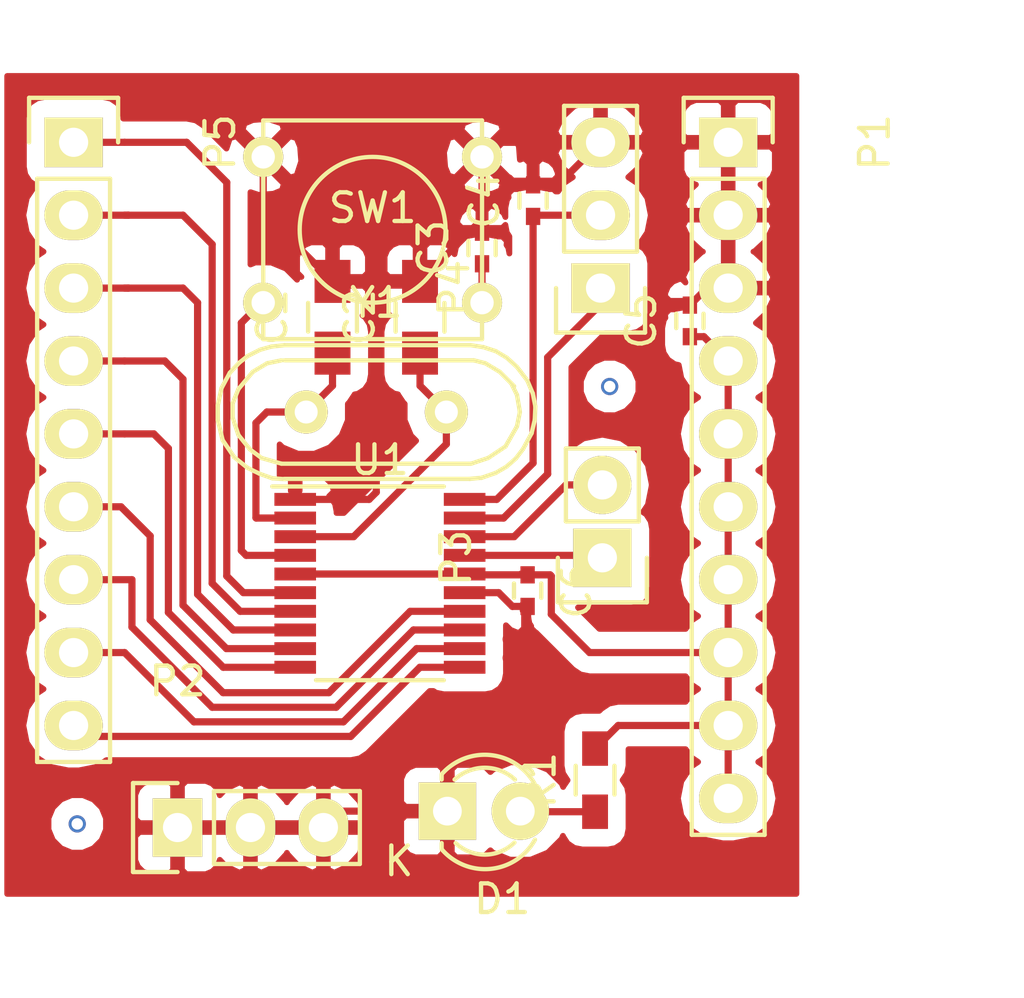
<source format=kicad_pcb>
(kicad_pcb (version 4) (host pcbnew 4.0.2-stable)

  (general
    (links 50)
    (no_connects 1)
    (area 102.616 100.174666 142.112 137.066001)
    (thickness 1.6)
    (drawings 2)
    (tracks 150)
    (zones 0)
    (modules 16)
    (nets 20)
  )

  (page A4)
  (layers
    (0 F.Cu signal)
    (31 B.Cu signal)
    (32 B.Adhes user)
    (33 F.Adhes user)
    (34 B.Paste user)
    (35 F.Paste user)
    (36 B.SilkS user)
    (37 F.SilkS user)
    (38 B.Mask user)
    (39 F.Mask user)
    (40 Dwgs.User user)
    (41 Cmts.User user)
    (42 Eco1.User user)
    (43 Eco2.User user)
    (44 Edge.Cuts user)
    (45 Margin user)
    (46 B.CrtYd user)
    (47 F.CrtYd user)
    (48 B.Fab user)
    (49 F.Fab user)
  )

  (setup
    (last_trace_width 0.25)
    (trace_clearance 0.2)
    (zone_clearance 0.6)
    (zone_45_only no)
    (trace_min 0.2)
    (segment_width 0.2)
    (edge_width 0.15)
    (via_size 0.6)
    (via_drill 0.4)
    (via_min_size 0.4)
    (via_min_drill 0.3)
    (uvia_size 0.3)
    (uvia_drill 0.1)
    (uvias_allowed no)
    (uvia_min_size 0.2)
    (uvia_min_drill 0.1)
    (pcb_text_width 0.3)
    (pcb_text_size 1.5 1.5)
    (mod_edge_width 0.15)
    (mod_text_size 1 1)
    (mod_text_width 0.15)
    (pad_size 1.524 1.524)
    (pad_drill 0.762)
    (pad_to_mask_clearance 0.2)
    (aux_axis_origin 0 0)
    (visible_elements 7FFFFFFF)
    (pcbplotparams
      (layerselection 0x00000_00000001)
      (usegerberextensions false)
      (excludeedgelayer true)
      (linewidth 0.100000)
      (plotframeref false)
      (viasonmask true)
      (mode 1)
      (useauxorigin false)
      (hpglpennumber 1)
      (hpglpenspeed 20)
      (hpglpendiameter 15)
      (hpglpenoverlay 2)
      (psnegative true)
      (psa4output false)
      (plotreference true)
      (plotvalue true)
      (plotinvisibletext false)
      (padsonsilk false)
      (subtractmaskfromsilk false)
      (outputformat 5)
      (mirror true)
      (drillshape 1)
      (scaleselection 1)
      (outputdirectory ""))
  )

  (net 0 "")
  (net 1 "Net-(C1-Pad1)")
  (net 2 GND)
  (net 3 "Net-(C2-Pad1)")
  (net 4 "Net-(C3-Pad1)")
  (net 5 +3V3)
  (net 6 "Net-(D1-Pad2)")
  (net 7 "Net-(P4-Pad1)")
  (net 8 "Net-(P5-Pad1)")
  (net 9 "Net-(P5-Pad2)")
  (net 10 "Net-(P5-Pad3)")
  (net 11 "Net-(P5-Pad4)")
  (net 12 "Net-(P5-Pad5)")
  (net 13 "Net-(P5-Pad6)")
  (net 14 "Net-(P5-Pad7)")
  (net 15 "Net-(P5-Pad8)")
  (net 16 "Net-(P5-Pad9)")
  (net 17 "Net-(P3-Pad1)")
  (net 18 "Net-(P3-Pad2)")
  (net 19 "Net-(C4-Pad1)")

  (net_class Default "This is the default net class."
    (clearance 0.2)
    (trace_width 0.25)
    (via_dia 0.6)
    (via_drill 0.4)
    (uvia_dia 0.3)
    (uvia_drill 0.1)
    (add_net +3V3)
    (add_net GND)
    (add_net "Net-(C1-Pad1)")
    (add_net "Net-(C2-Pad1)")
    (add_net "Net-(C3-Pad1)")
    (add_net "Net-(C4-Pad1)")
    (add_net "Net-(D1-Pad2)")
    (add_net "Net-(P3-Pad1)")
    (add_net "Net-(P3-Pad2)")
    (add_net "Net-(P4-Pad1)")
    (add_net "Net-(P5-Pad1)")
    (add_net "Net-(P5-Pad2)")
    (add_net "Net-(P5-Pad3)")
    (add_net "Net-(P5-Pad4)")
    (add_net "Net-(P5-Pad5)")
    (add_net "Net-(P5-Pad6)")
    (add_net "Net-(P5-Pad7)")
    (add_net "Net-(P5-Pad8)")
    (add_net "Net-(P5-Pad9)")
  )

  (module Capacitors_SMD:C_0805_HandSoldering (layer F.Cu) (tedit 541A9B8D) (tstamp 571737AD)
    (at 114.046 111.379 90)
    (descr "Capacitor SMD 0805, hand soldering")
    (tags "capacitor 0805")
    (path /57172E9A)
    (attr smd)
    (fp_text reference C1 (at 0 -2.1 90) (layer F.SilkS)
      (effects (font (size 1 1) (thickness 0.15)))
    )
    (fp_text value 22nF (at 0 2.1 90) (layer F.Fab)
      (effects (font (size 1 1) (thickness 0.15)))
    )
    (fp_line (start -2.3 -1) (end 2.3 -1) (layer F.CrtYd) (width 0.05))
    (fp_line (start -2.3 1) (end 2.3 1) (layer F.CrtYd) (width 0.05))
    (fp_line (start -2.3 -1) (end -2.3 1) (layer F.CrtYd) (width 0.05))
    (fp_line (start 2.3 -1) (end 2.3 1) (layer F.CrtYd) (width 0.05))
    (fp_line (start 0.5 -0.85) (end -0.5 -0.85) (layer F.SilkS) (width 0.15))
    (fp_line (start -0.5 0.85) (end 0.5 0.85) (layer F.SilkS) (width 0.15))
    (pad 1 smd rect (at -1.25 0 90) (size 1.5 1.25) (layers F.Cu F.Paste F.Mask)
      (net 1 "Net-(C1-Pad1)"))
    (pad 2 smd rect (at 1.25 0 90) (size 1.5 1.25) (layers F.Cu F.Paste F.Mask)
      (net 2 GND))
    (model Capacitors_SMD.3dshapes/C_0805_HandSoldering.wrl
      (at (xyz 0 0 0))
      (scale (xyz 1 1 1))
      (rotate (xyz 0 0 0))
    )
  )

  (module Capacitors_SMD:C_0805_HandSoldering (layer F.Cu) (tedit 541A9B8D) (tstamp 571737B3)
    (at 117.094 111.379 90)
    (descr "Capacitor SMD 0805, hand soldering")
    (tags "capacitor 0805")
    (path /57172ECF)
    (attr smd)
    (fp_text reference C2 (at 0 -2.1 90) (layer F.SilkS)
      (effects (font (size 1 1) (thickness 0.15)))
    )
    (fp_text value 22nF (at 0 2.1 90) (layer F.Fab)
      (effects (font (size 1 1) (thickness 0.15)))
    )
    (fp_line (start -2.3 -1) (end 2.3 -1) (layer F.CrtYd) (width 0.05))
    (fp_line (start -2.3 1) (end 2.3 1) (layer F.CrtYd) (width 0.05))
    (fp_line (start -2.3 -1) (end -2.3 1) (layer F.CrtYd) (width 0.05))
    (fp_line (start 2.3 -1) (end 2.3 1) (layer F.CrtYd) (width 0.05))
    (fp_line (start 0.5 -0.85) (end -0.5 -0.85) (layer F.SilkS) (width 0.15))
    (fp_line (start -0.5 0.85) (end 0.5 0.85) (layer F.SilkS) (width 0.15))
    (pad 1 smd rect (at -1.25 0 90) (size 1.5 1.25) (layers F.Cu F.Paste F.Mask)
      (net 3 "Net-(C2-Pad1)"))
    (pad 2 smd rect (at 1.25 0 90) (size 1.5 1.25) (layers F.Cu F.Paste F.Mask)
      (net 2 GND))
    (model Capacitors_SMD.3dshapes/C_0805_HandSoldering.wrl
      (at (xyz 0 0 0))
      (scale (xyz 1 1 1))
      (rotate (xyz 0 0 0))
    )
  )

  (module Capacitors_SMD:C_0402 (layer F.Cu) (tedit 5415D599) (tstamp 571737B9)
    (at 119.253 108.966 90)
    (descr "Capacitor SMD 0402, reflow soldering, AVX (see smccp.pdf)")
    (tags "capacitor 0402")
    (path /571736AD)
    (attr smd)
    (fp_text reference C3 (at 0 -1.7 90) (layer F.SilkS)
      (effects (font (size 1 1) (thickness 0.15)))
    )
    (fp_text value 100nF (at 0 1.7 90) (layer F.Fab)
      (effects (font (size 1 1) (thickness 0.15)))
    )
    (fp_line (start -1.15 -0.6) (end 1.15 -0.6) (layer F.CrtYd) (width 0.05))
    (fp_line (start -1.15 0.6) (end 1.15 0.6) (layer F.CrtYd) (width 0.05))
    (fp_line (start -1.15 -0.6) (end -1.15 0.6) (layer F.CrtYd) (width 0.05))
    (fp_line (start 1.15 -0.6) (end 1.15 0.6) (layer F.CrtYd) (width 0.05))
    (fp_line (start 0.25 -0.475) (end -0.25 -0.475) (layer F.SilkS) (width 0.15))
    (fp_line (start -0.25 0.475) (end 0.25 0.475) (layer F.SilkS) (width 0.15))
    (pad 1 smd rect (at -0.55 0 90) (size 0.6 0.5) (layers F.Cu F.Paste F.Mask)
      (net 4 "Net-(C3-Pad1)"))
    (pad 2 smd rect (at 0.55 0 90) (size 0.6 0.5) (layers F.Cu F.Paste F.Mask)
      (net 2 GND))
    (model Capacitors_SMD.3dshapes/C_0402.wrl
      (at (xyz 0 0 0))
      (scale (xyz 1 1 1))
      (rotate (xyz 0 0 0))
    )
  )

  (module Capacitors_SMD:C_0402 (layer F.Cu) (tedit 5415D599) (tstamp 571737BF)
    (at 126.492 111.506 90)
    (descr "Capacitor SMD 0402, reflow soldering, AVX (see smccp.pdf)")
    (tags "capacitor 0402")
    (path /57175967)
    (attr smd)
    (fp_text reference C5 (at 0 -1.7 90) (layer F.SilkS)
      (effects (font (size 1 1) (thickness 0.15)))
    )
    (fp_text value 100nF (at 0 1.7 90) (layer F.Fab)
      (effects (font (size 1 1) (thickness 0.15)))
    )
    (fp_line (start -1.15 -0.6) (end 1.15 -0.6) (layer F.CrtYd) (width 0.05))
    (fp_line (start -1.15 0.6) (end 1.15 0.6) (layer F.CrtYd) (width 0.05))
    (fp_line (start -1.15 -0.6) (end -1.15 0.6) (layer F.CrtYd) (width 0.05))
    (fp_line (start 1.15 -0.6) (end 1.15 0.6) (layer F.CrtYd) (width 0.05))
    (fp_line (start 0.25 -0.475) (end -0.25 -0.475) (layer F.SilkS) (width 0.15))
    (fp_line (start -0.25 0.475) (end 0.25 0.475) (layer F.SilkS) (width 0.15))
    (pad 1 smd rect (at -0.55 0 90) (size 0.6 0.5) (layers F.Cu F.Paste F.Mask)
      (net 5 +3V3))
    (pad 2 smd rect (at 0.55 0 90) (size 0.6 0.5) (layers F.Cu F.Paste F.Mask)
      (net 2 GND))
    (model Capacitors_SMD.3dshapes/C_0402.wrl
      (at (xyz 0 0 0))
      (scale (xyz 1 1 1))
      (rotate (xyz 0 0 0))
    )
  )

  (module Capacitors_SMD:C_0402 (layer F.Cu) (tedit 5415D599) (tstamp 571737C5)
    (at 120.8405 120.904 270)
    (descr "Capacitor SMD 0402, reflow soldering, AVX (see smccp.pdf)")
    (tags "capacitor 0402")
    (path /57175ECD)
    (attr smd)
    (fp_text reference C6 (at 0 -1.7 270) (layer F.SilkS)
      (effects (font (size 1 1) (thickness 0.15)))
    )
    (fp_text value 100nF (at 0 1.7 270) (layer F.Fab)
      (effects (font (size 1 1) (thickness 0.15)))
    )
    (fp_line (start -1.15 -0.6) (end 1.15 -0.6) (layer F.CrtYd) (width 0.05))
    (fp_line (start -1.15 0.6) (end 1.15 0.6) (layer F.CrtYd) (width 0.05))
    (fp_line (start -1.15 -0.6) (end -1.15 0.6) (layer F.CrtYd) (width 0.05))
    (fp_line (start 1.15 -0.6) (end 1.15 0.6) (layer F.CrtYd) (width 0.05))
    (fp_line (start 0.25 -0.475) (end -0.25 -0.475) (layer F.SilkS) (width 0.15))
    (fp_line (start -0.25 0.475) (end 0.25 0.475) (layer F.SilkS) (width 0.15))
    (pad 1 smd rect (at -0.55 0 270) (size 0.6 0.5) (layers F.Cu F.Paste F.Mask)
      (net 5 +3V3))
    (pad 2 smd rect (at 0.55 0 270) (size 0.6 0.5) (layers F.Cu F.Paste F.Mask)
      (net 2 GND))
    (model Capacitors_SMD.3dshapes/C_0402.wrl
      (at (xyz 0 0 0))
      (scale (xyz 1 1 1))
      (rotate (xyz 0 0 0))
    )
  )

  (module LEDs:LED-3MM (layer F.Cu) (tedit 559B82F6) (tstamp 571737CB)
    (at 118.0465 128.5875)
    (descr "LED 3mm round vertical")
    (tags "LED  3mm round vertical")
    (path /57177003)
    (fp_text reference D1 (at 1.91 3.06) (layer F.SilkS)
      (effects (font (size 1 1) (thickness 0.15)))
    )
    (fp_text value LED (at 1.3 -2.9) (layer F.Fab)
      (effects (font (size 1 1) (thickness 0.15)))
    )
    (fp_line (start -1.2 2.3) (end 3.8 2.3) (layer F.CrtYd) (width 0.05))
    (fp_line (start 3.8 2.3) (end 3.8 -2.2) (layer F.CrtYd) (width 0.05))
    (fp_line (start 3.8 -2.2) (end -1.2 -2.2) (layer F.CrtYd) (width 0.05))
    (fp_line (start -1.2 -2.2) (end -1.2 2.3) (layer F.CrtYd) (width 0.05))
    (fp_line (start -0.199 1.314) (end -0.199 1.114) (layer F.SilkS) (width 0.15))
    (fp_line (start -0.199 -1.28) (end -0.199 -1.1) (layer F.SilkS) (width 0.15))
    (fp_arc (start 1.301 0.034) (end -0.199 -1.286) (angle 108.5) (layer F.SilkS) (width 0.15))
    (fp_arc (start 1.301 0.034) (end 0.25 -1.1) (angle 85.7) (layer F.SilkS) (width 0.15))
    (fp_arc (start 1.311 0.034) (end 3.051 0.994) (angle 110) (layer F.SilkS) (width 0.15))
    (fp_arc (start 1.301 0.034) (end 2.335 1.094) (angle 87.5) (layer F.SilkS) (width 0.15))
    (fp_text user K (at -1.69 1.74) (layer F.SilkS)
      (effects (font (size 1 1) (thickness 0.15)))
    )
    (pad 1 thru_hole rect (at 0 0 90) (size 2 2) (drill 1.00076) (layers *.Cu *.Mask F.SilkS)
      (net 2 GND))
    (pad 2 thru_hole circle (at 2.54 0) (size 2 2) (drill 1.00076) (layers *.Cu *.Mask F.SilkS)
      (net 6 "Net-(D1-Pad2)"))
    (model LEDs.3dshapes/LED-3MM.wrl
      (at (xyz 0.05 0 0))
      (scale (xyz 1 1 1))
      (rotate (xyz 0 0 90))
    )
  )

  (module Resistors_SMD:R_0603_HandSoldering (layer F.Cu) (tedit 5418A00F) (tstamp 571737FB)
    (at 123.19 127.508 90)
    (descr "Resistor SMD 0603, hand soldering")
    (tags "resistor 0603")
    (path /571770A4)
    (attr smd)
    (fp_text reference R1 (at 0 -1.9 90) (layer F.SilkS)
      (effects (font (size 1 1) (thickness 0.15)))
    )
    (fp_text value 330 (at 0 1.9 90) (layer F.Fab)
      (effects (font (size 1 1) (thickness 0.15)))
    )
    (fp_line (start -2 -0.8) (end 2 -0.8) (layer F.CrtYd) (width 0.05))
    (fp_line (start -2 0.8) (end 2 0.8) (layer F.CrtYd) (width 0.05))
    (fp_line (start -2 -0.8) (end -2 0.8) (layer F.CrtYd) (width 0.05))
    (fp_line (start 2 -0.8) (end 2 0.8) (layer F.CrtYd) (width 0.05))
    (fp_line (start 0.5 0.675) (end -0.5 0.675) (layer F.SilkS) (width 0.15))
    (fp_line (start -0.5 -0.675) (end 0.5 -0.675) (layer F.SilkS) (width 0.15))
    (pad 1 smd rect (at -1.1 0 90) (size 1.2 0.9) (layers F.Cu F.Paste F.Mask)
      (net 6 "Net-(D1-Pad2)"))
    (pad 2 smd rect (at 1.1 0 90) (size 1.2 0.9) (layers F.Cu F.Paste F.Mask)
      (net 5 +3V3))
    (model Resistors_SMD.3dshapes/R_0603_HandSoldering.wrl
      (at (xyz 0 0 0))
      (scale (xyz 1 1 1))
      (rotate (xyz 0 0 0))
    )
  )

  (module Buttons_Switches_ThroughHole:SW_PUSH_SMALL (layer F.Cu) (tedit 0) (tstamp 57173803)
    (at 115.443 108.331)
    (path /5717354F)
    (fp_text reference SW1 (at 0 -0.762) (layer F.SilkS)
      (effects (font (size 1 1) (thickness 0.15)))
    )
    (fp_text value SW_PUSH (at 0 1.016) (layer F.Fab)
      (effects (font (size 1 1) (thickness 0.15)))
    )
    (fp_circle (center 0 0) (end 0 -2.54) (layer F.SilkS) (width 0.15))
    (fp_line (start -3.81 -3.81) (end 3.81 -3.81) (layer F.SilkS) (width 0.15))
    (fp_line (start 3.81 -3.81) (end 3.81 3.81) (layer F.SilkS) (width 0.15))
    (fp_line (start 3.81 3.81) (end -3.81 3.81) (layer F.SilkS) (width 0.15))
    (fp_line (start -3.81 -3.81) (end -3.81 3.81) (layer F.SilkS) (width 0.15))
    (pad 1 thru_hole circle (at 3.81 -2.54) (size 1.397 1.397) (drill 0.8128) (layers *.Cu *.Mask F.SilkS)
      (net 2 GND))
    (pad 2 thru_hole circle (at 3.81 2.54) (size 1.397 1.397) (drill 0.8128) (layers *.Cu *.Mask F.SilkS)
      (net 4 "Net-(C3-Pad1)"))
    (pad 1 thru_hole circle (at -3.81 -2.54) (size 1.397 1.397) (drill 0.8128) (layers *.Cu *.Mask F.SilkS)
      (net 2 GND))
    (pad 2 thru_hole circle (at -3.81 2.54) (size 1.397 1.397) (drill 0.8128) (layers *.Cu *.Mask F.SilkS)
      (net 4 "Net-(C3-Pad1)"))
  )

  (module Housings_SSOP:TSSOP-20_4.4x6.5mm_Pitch0.65mm (layer F.Cu) (tedit 54130A77) (tstamp 5717381B)
    (at 115.697 120.65)
    (descr "20-Lead Plastic Thin Shrink Small Outline (ST)-4.4 mm Body [TSSOP] (see Microchip Packaging Specification 00000049BS.pdf)")
    (tags "SSOP 0.65")
    (path /57172DC3)
    (attr smd)
    (fp_text reference U1 (at 0 -4.3) (layer F.SilkS)
      (effects (font (size 1 1) (thickness 0.15)))
    )
    (fp_text value STM32F030F4Px (at 0 4.3) (layer F.Fab)
      (effects (font (size 1 1) (thickness 0.15)))
    )
    (fp_line (start -3.95 -3.55) (end -3.95 3.55) (layer F.CrtYd) (width 0.05))
    (fp_line (start 3.95 -3.55) (end 3.95 3.55) (layer F.CrtYd) (width 0.05))
    (fp_line (start -3.95 -3.55) (end 3.95 -3.55) (layer F.CrtYd) (width 0.05))
    (fp_line (start -3.95 3.55) (end 3.95 3.55) (layer F.CrtYd) (width 0.05))
    (fp_line (start -2.225 3.375) (end 2.225 3.375) (layer F.SilkS) (width 0.15))
    (fp_line (start -3.75 -3.375) (end 2.225 -3.375) (layer F.SilkS) (width 0.15))
    (pad 1 smd rect (at -2.95 -2.925) (size 1.45 0.45) (layers F.Cu F.Paste F.Mask)
      (net 2 GND))
    (pad 2 smd rect (at -2.95 -2.275) (size 1.45 0.45) (layers F.Cu F.Paste F.Mask)
      (net 1 "Net-(C1-Pad1)"))
    (pad 3 smd rect (at -2.95 -1.625) (size 1.45 0.45) (layers F.Cu F.Paste F.Mask)
      (net 3 "Net-(C2-Pad1)"))
    (pad 4 smd rect (at -2.95 -0.975) (size 1.45 0.45) (layers F.Cu F.Paste F.Mask)
      (net 4 "Net-(C3-Pad1)"))
    (pad 5 smd rect (at -2.95 -0.325) (size 1.45 0.45) (layers F.Cu F.Paste F.Mask)
      (net 5 +3V3))
    (pad 6 smd rect (at -2.95 0.325) (size 1.45 0.45) (layers F.Cu F.Paste F.Mask)
      (net 8 "Net-(P5-Pad1)"))
    (pad 7 smd rect (at -2.95 0.975) (size 1.45 0.45) (layers F.Cu F.Paste F.Mask)
      (net 9 "Net-(P5-Pad2)"))
    (pad 8 smd rect (at -2.95 1.625) (size 1.45 0.45) (layers F.Cu F.Paste F.Mask)
      (net 10 "Net-(P5-Pad3)"))
    (pad 9 smd rect (at -2.95 2.275) (size 1.45 0.45) (layers F.Cu F.Paste F.Mask)
      (net 11 "Net-(P5-Pad4)"))
    (pad 10 smd rect (at -2.95 2.925) (size 1.45 0.45) (layers F.Cu F.Paste F.Mask)
      (net 12 "Net-(P5-Pad5)"))
    (pad 11 smd rect (at 2.95 2.925) (size 1.45 0.45) (layers F.Cu F.Paste F.Mask)
      (net 16 "Net-(P5-Pad9)"))
    (pad 12 smd rect (at 2.95 2.275) (size 1.45 0.45) (layers F.Cu F.Paste F.Mask)
      (net 15 "Net-(P5-Pad8)"))
    (pad 13 smd rect (at 2.95 1.625) (size 1.45 0.45) (layers F.Cu F.Paste F.Mask)
      (net 14 "Net-(P5-Pad7)"))
    (pad 14 smd rect (at 2.95 0.975) (size 1.45 0.45) (layers F.Cu F.Paste F.Mask)
      (net 13 "Net-(P5-Pad6)"))
    (pad 15 smd rect (at 2.95 0.325) (size 1.45 0.45) (layers F.Cu F.Paste F.Mask)
      (net 2 GND))
    (pad 16 smd rect (at 2.95 -0.325) (size 1.45 0.45) (layers F.Cu F.Paste F.Mask)
      (net 5 +3V3))
    (pad 17 smd rect (at 2.95 -0.975) (size 1.45 0.45) (layers F.Cu F.Paste F.Mask)
      (net 17 "Net-(P3-Pad1)"))
    (pad 18 smd rect (at 2.95 -1.625) (size 1.45 0.45) (layers F.Cu F.Paste F.Mask)
      (net 18 "Net-(P3-Pad2)"))
    (pad 19 smd rect (at 2.95 -2.275) (size 1.45 0.45) (layers F.Cu F.Paste F.Mask)
      (net 7 "Net-(P4-Pad1)"))
    (pad 20 smd rect (at 2.95 -2.925) (size 1.45 0.45) (layers F.Cu F.Paste F.Mask)
      (net 19 "Net-(C4-Pad1)"))
    (model Housings_SSOP.3dshapes/TSSOP-20_4.4x6.5mm_Pitch0.65mm.wrl
      (at (xyz 0 0 0))
      (scale (xyz 1 1 1))
      (rotate (xyz 0 0 0))
    )
  )

  (module Crystals:Crystal_HC49-U_Vertical (layer F.Cu) (tedit 0) (tstamp 57173821)
    (at 115.57 114.681)
    (descr "Crystal Quarz HC49/U vertical stehend")
    (tags "Crystal Quarz HC49/U vertical stehend")
    (path /57172E52)
    (fp_text reference Y1 (at 0 -3.81) (layer F.SilkS)
      (effects (font (size 1 1) (thickness 0.15)))
    )
    (fp_text value Crystal (at 0 3.81) (layer F.Fab)
      (effects (font (size 1 1) (thickness 0.15)))
    )
    (fp_line (start 4.699 -1.00076) (end 4.89966 -0.59944) (layer F.SilkS) (width 0.15))
    (fp_line (start 4.89966 -0.59944) (end 5.00126 0) (layer F.SilkS) (width 0.15))
    (fp_line (start 5.00126 0) (end 4.89966 0.50038) (layer F.SilkS) (width 0.15))
    (fp_line (start 4.89966 0.50038) (end 4.50088 1.19888) (layer F.SilkS) (width 0.15))
    (fp_line (start 4.50088 1.19888) (end 3.8989 1.6002) (layer F.SilkS) (width 0.15))
    (fp_line (start 3.8989 1.6002) (end 3.29946 1.80086) (layer F.SilkS) (width 0.15))
    (fp_line (start 3.29946 1.80086) (end -3.29946 1.80086) (layer F.SilkS) (width 0.15))
    (fp_line (start -3.29946 1.80086) (end -4.0005 1.6002) (layer F.SilkS) (width 0.15))
    (fp_line (start -4.0005 1.6002) (end -4.39928 1.30048) (layer F.SilkS) (width 0.15))
    (fp_line (start -4.39928 1.30048) (end -4.8006 0.8001) (layer F.SilkS) (width 0.15))
    (fp_line (start -4.8006 0.8001) (end -5.00126 0.20066) (layer F.SilkS) (width 0.15))
    (fp_line (start -5.00126 0.20066) (end -5.00126 -0.29972) (layer F.SilkS) (width 0.15))
    (fp_line (start -5.00126 -0.29972) (end -4.8006 -0.8001) (layer F.SilkS) (width 0.15))
    (fp_line (start -4.8006 -0.8001) (end -4.30022 -1.39954) (layer F.SilkS) (width 0.15))
    (fp_line (start -4.30022 -1.39954) (end -3.79984 -1.69926) (layer F.SilkS) (width 0.15))
    (fp_line (start -3.79984 -1.69926) (end -3.29946 -1.80086) (layer F.SilkS) (width 0.15))
    (fp_line (start -3.2004 -1.80086) (end 3.40106 -1.80086) (layer F.SilkS) (width 0.15))
    (fp_line (start 3.40106 -1.80086) (end 3.79984 -1.69926) (layer F.SilkS) (width 0.15))
    (fp_line (start 3.79984 -1.69926) (end 4.30022 -1.39954) (layer F.SilkS) (width 0.15))
    (fp_line (start 4.30022 -1.39954) (end 4.8006 -0.89916) (layer F.SilkS) (width 0.15))
    (fp_line (start -3.19024 -2.32918) (end -3.64998 -2.28092) (layer F.SilkS) (width 0.15))
    (fp_line (start -3.64998 -2.28092) (end -4.04876 -2.16916) (layer F.SilkS) (width 0.15))
    (fp_line (start -4.04876 -2.16916) (end -4.48056 -1.95072) (layer F.SilkS) (width 0.15))
    (fp_line (start -4.48056 -1.95072) (end -4.77012 -1.71958) (layer F.SilkS) (width 0.15))
    (fp_line (start -4.77012 -1.71958) (end -5.10032 -1.36906) (layer F.SilkS) (width 0.15))
    (fp_line (start -5.10032 -1.36906) (end -5.38988 -0.83058) (layer F.SilkS) (width 0.15))
    (fp_line (start -5.38988 -0.83058) (end -5.51942 -0.23114) (layer F.SilkS) (width 0.15))
    (fp_line (start -5.51942 -0.23114) (end -5.51942 0.2794) (layer F.SilkS) (width 0.15))
    (fp_line (start -5.51942 0.2794) (end -5.34924 0.98044) (layer F.SilkS) (width 0.15))
    (fp_line (start -5.34924 0.98044) (end -4.95046 1.56972) (layer F.SilkS) (width 0.15))
    (fp_line (start -4.95046 1.56972) (end -4.49072 1.94056) (layer F.SilkS) (width 0.15))
    (fp_line (start -4.49072 1.94056) (end -4.06908 2.14884) (layer F.SilkS) (width 0.15))
    (fp_line (start -4.06908 2.14884) (end -3.6195 2.30886) (layer F.SilkS) (width 0.15))
    (fp_line (start -3.6195 2.30886) (end -3.18008 2.33934) (layer F.SilkS) (width 0.15))
    (fp_line (start 4.16052 2.1209) (end 4.53898 1.89992) (layer F.SilkS) (width 0.15))
    (fp_line (start 4.53898 1.89992) (end 4.85902 1.62052) (layer F.SilkS) (width 0.15))
    (fp_line (start 4.85902 1.62052) (end 5.11048 1.29032) (layer F.SilkS) (width 0.15))
    (fp_line (start 5.11048 1.29032) (end 5.4102 0.73914) (layer F.SilkS) (width 0.15))
    (fp_line (start 5.4102 0.73914) (end 5.51942 0.26924) (layer F.SilkS) (width 0.15))
    (fp_line (start 5.51942 0.26924) (end 5.53974 -0.1905) (layer F.SilkS) (width 0.15))
    (fp_line (start 5.53974 -0.1905) (end 5.45084 -0.65024) (layer F.SilkS) (width 0.15))
    (fp_line (start 5.45084 -0.65024) (end 5.26034 -1.09982) (layer F.SilkS) (width 0.15))
    (fp_line (start 5.26034 -1.09982) (end 4.89966 -1.56972) (layer F.SilkS) (width 0.15))
    (fp_line (start 4.89966 -1.56972) (end 4.54914 -1.88976) (layer F.SilkS) (width 0.15))
    (fp_line (start 4.54914 -1.88976) (end 4.16052 -2.1209) (layer F.SilkS) (width 0.15))
    (fp_line (start 4.16052 -2.1209) (end 3.73126 -2.2606) (layer F.SilkS) (width 0.15))
    (fp_line (start 3.73126 -2.2606) (end 3.2893 -2.32918) (layer F.SilkS) (width 0.15))
    (fp_line (start -3.2004 2.32918) (end 3.2512 2.32918) (layer F.SilkS) (width 0.15))
    (fp_line (start 3.2512 2.32918) (end 3.6703 2.29108) (layer F.SilkS) (width 0.15))
    (fp_line (start 3.6703 2.29108) (end 4.16052 2.1209) (layer F.SilkS) (width 0.15))
    (fp_line (start -3.2004 -2.32918) (end 3.2512 -2.32918) (layer F.SilkS) (width 0.15))
    (pad 1 thru_hole circle (at -2.44094 0) (size 1.50114 1.50114) (drill 0.8001) (layers *.Cu *.Mask F.SilkS)
      (net 1 "Net-(C1-Pad1)"))
    (pad 2 thru_hole circle (at 2.44094 0) (size 1.50114 1.50114) (drill 0.8001) (layers *.Cu *.Mask F.SilkS)
      (net 3 "Net-(C2-Pad1)"))
  )

  (module Socket_Strips:Socket_Strip_Straight_1x10 (layer F.Cu) (tedit 0) (tstamp 5717516A)
    (at 127.8255 105.283 270)
    (descr "Through hole socket strip")
    (tags "socket strip")
    (path /5717400C)
    (fp_text reference P1 (at 0 -5.1 270) (layer F.SilkS)
      (effects (font (size 1 1) (thickness 0.15)))
    )
    (fp_text value CONN_01X10 (at 0 -3.1 270) (layer F.Fab)
      (effects (font (size 1 1) (thickness 0.15)))
    )
    (fp_line (start -1.75 -1.75) (end -1.75 1.75) (layer F.CrtYd) (width 0.05))
    (fp_line (start 24.65 -1.75) (end 24.65 1.75) (layer F.CrtYd) (width 0.05))
    (fp_line (start -1.75 -1.75) (end 24.65 -1.75) (layer F.CrtYd) (width 0.05))
    (fp_line (start -1.75 1.75) (end 24.65 1.75) (layer F.CrtYd) (width 0.05))
    (fp_line (start 1.27 1.27) (end 24.13 1.27) (layer F.SilkS) (width 0.15))
    (fp_line (start 24.13 1.27) (end 24.13 -1.27) (layer F.SilkS) (width 0.15))
    (fp_line (start 24.13 -1.27) (end 1.27 -1.27) (layer F.SilkS) (width 0.15))
    (fp_line (start -1.55 1.55) (end 0 1.55) (layer F.SilkS) (width 0.15))
    (fp_line (start 1.27 1.27) (end 1.27 -1.27) (layer F.SilkS) (width 0.15))
    (fp_line (start 0 -1.55) (end -1.55 -1.55) (layer F.SilkS) (width 0.15))
    (fp_line (start -1.55 -1.55) (end -1.55 1.55) (layer F.SilkS) (width 0.15))
    (pad 1 thru_hole rect (at 0 0 270) (size 1.7272 2.032) (drill 1.016) (layers *.Cu *.Mask F.SilkS)
      (net 2 GND))
    (pad 2 thru_hole oval (at 2.54 0 270) (size 1.7272 2.032) (drill 1.016) (layers *.Cu *.Mask F.SilkS)
      (net 2 GND))
    (pad 3 thru_hole oval (at 5.08 0 270) (size 1.7272 2.032) (drill 1.016) (layers *.Cu *.Mask F.SilkS)
      (net 2 GND))
    (pad 4 thru_hole oval (at 7.62 0 270) (size 1.7272 2.032) (drill 1.016) (layers *.Cu *.Mask F.SilkS)
      (net 5 +3V3))
    (pad 5 thru_hole oval (at 10.16 0 270) (size 1.7272 2.032) (drill 1.016) (layers *.Cu *.Mask F.SilkS)
      (net 5 +3V3))
    (pad 6 thru_hole oval (at 12.7 0 270) (size 1.7272 2.032) (drill 1.016) (layers *.Cu *.Mask F.SilkS)
      (net 5 +3V3))
    (pad 7 thru_hole oval (at 15.24 0 270) (size 1.7272 2.032) (drill 1.016) (layers *.Cu *.Mask F.SilkS)
      (net 5 +3V3))
    (pad 8 thru_hole oval (at 17.78 0 270) (size 1.7272 2.032) (drill 1.016) (layers *.Cu *.Mask F.SilkS)
      (net 5 +3V3))
    (pad 9 thru_hole oval (at 20.32 0 270) (size 1.7272 2.032) (drill 1.016) (layers *.Cu *.Mask F.SilkS)
      (net 5 +3V3))
    (pad 10 thru_hole oval (at 22.86 0 270) (size 1.7272 2.032) (drill 1.016) (layers *.Cu *.Mask F.SilkS)
      (net 5 +3V3))
    (model Socket_Strips.3dshapes/Socket_Strip_Straight_1x10.wrl
      (at (xyz 0.45 0 0))
      (scale (xyz 1 1 1))
      (rotate (xyz 0 0 180))
    )
  )

  (module Socket_Strips:Socket_Strip_Straight_1x03 (layer F.Cu) (tedit 54E9F429) (tstamp 57175171)
    (at 108.6485 129.159)
    (descr "Through hole socket strip")
    (tags "socket strip")
    (path /5717464F)
    (fp_text reference P2 (at 0 -5.1) (layer F.SilkS)
      (effects (font (size 1 1) (thickness 0.15)))
    )
    (fp_text value CONN_01X03 (at 0 -3.1) (layer F.Fab)
      (effects (font (size 1 1) (thickness 0.15)))
    )
    (fp_line (start 0 -1.55) (end -1.55 -1.55) (layer F.SilkS) (width 0.15))
    (fp_line (start -1.55 -1.55) (end -1.55 1.55) (layer F.SilkS) (width 0.15))
    (fp_line (start -1.55 1.55) (end 0 1.55) (layer F.SilkS) (width 0.15))
    (fp_line (start -1.75 -1.75) (end -1.75 1.75) (layer F.CrtYd) (width 0.05))
    (fp_line (start 6.85 -1.75) (end 6.85 1.75) (layer F.CrtYd) (width 0.05))
    (fp_line (start -1.75 -1.75) (end 6.85 -1.75) (layer F.CrtYd) (width 0.05))
    (fp_line (start -1.75 1.75) (end 6.85 1.75) (layer F.CrtYd) (width 0.05))
    (fp_line (start 1.27 -1.27) (end 6.35 -1.27) (layer F.SilkS) (width 0.15))
    (fp_line (start 6.35 -1.27) (end 6.35 1.27) (layer F.SilkS) (width 0.15))
    (fp_line (start 6.35 1.27) (end 1.27 1.27) (layer F.SilkS) (width 0.15))
    (fp_line (start 1.27 1.27) (end 1.27 -1.27) (layer F.SilkS) (width 0.15))
    (pad 1 thru_hole rect (at 0 0) (size 1.7272 2.032) (drill 1.016) (layers *.Cu *.Mask F.SilkS)
      (net 2 GND))
    (pad 2 thru_hole oval (at 2.54 0) (size 1.7272 2.032) (drill 1.016) (layers *.Cu *.Mask F.SilkS)
      (net 2 GND))
    (pad 3 thru_hole oval (at 5.08 0) (size 1.7272 2.032) (drill 1.016) (layers *.Cu *.Mask F.SilkS)
      (net 2 GND))
    (model Socket_Strips.3dshapes/Socket_Strip_Straight_1x03.wrl
      (at (xyz 0.1 0 0))
      (scale (xyz 1 1 1))
      (rotate (xyz 0 0 180))
    )
  )

  (module Socket_Strips:Socket_Strip_Straight_1x02 (layer F.Cu) (tedit 54E9F75E) (tstamp 57175177)
    (at 123.444 119.761 90)
    (descr "Through hole socket strip")
    (tags "socket strip")
    (path /5717629B)
    (fp_text reference P3 (at 0 -5.1 90) (layer F.SilkS)
      (effects (font (size 1 1) (thickness 0.15)))
    )
    (fp_text value USART (at 0 -3.1 90) (layer F.Fab)
      (effects (font (size 1 1) (thickness 0.15)))
    )
    (fp_line (start -1.55 1.55) (end 0 1.55) (layer F.SilkS) (width 0.15))
    (fp_line (start 3.81 1.27) (end 1.27 1.27) (layer F.SilkS) (width 0.15))
    (fp_line (start -1.75 -1.75) (end -1.75 1.75) (layer F.CrtYd) (width 0.05))
    (fp_line (start 4.3 -1.75) (end 4.3 1.75) (layer F.CrtYd) (width 0.05))
    (fp_line (start -1.75 -1.75) (end 4.3 -1.75) (layer F.CrtYd) (width 0.05))
    (fp_line (start -1.75 1.75) (end 4.3 1.75) (layer F.CrtYd) (width 0.05))
    (fp_line (start 1.27 1.27) (end 1.27 -1.27) (layer F.SilkS) (width 0.15))
    (fp_line (start 0 -1.55) (end -1.55 -1.55) (layer F.SilkS) (width 0.15))
    (fp_line (start -1.55 -1.55) (end -1.55 1.55) (layer F.SilkS) (width 0.15))
    (fp_line (start 1.27 -1.27) (end 3.81 -1.27) (layer F.SilkS) (width 0.15))
    (fp_line (start 3.81 -1.27) (end 3.81 1.27) (layer F.SilkS) (width 0.15))
    (pad 1 thru_hole rect (at 0 0 90) (size 2.032 2.032) (drill 1.016) (layers *.Cu *.Mask F.SilkS)
      (net 17 "Net-(P3-Pad1)"))
    (pad 2 thru_hole oval (at 2.54 0 90) (size 2.032 2.032) (drill 1.016) (layers *.Cu *.Mask F.SilkS)
      (net 18 "Net-(P3-Pad2)"))
    (model Socket_Strips.3dshapes/Socket_Strip_Straight_1x02.wrl
      (at (xyz 0.05 0 0))
      (scale (xyz 1 1 1))
      (rotate (xyz 0 0 180))
    )
  )

  (module Socket_Strips:Socket_Strip_Straight_1x03 (layer F.Cu) (tedit 54E9F429) (tstamp 5717517E)
    (at 123.3805 110.363 90)
    (descr "Through hole socket strip")
    (tags "socket strip")
    (path /5717386C)
    (fp_text reference P4 (at 0 -5.1 90) (layer F.SilkS)
      (effects (font (size 1 1) (thickness 0.15)))
    )
    (fp_text value SWDIO (at 0 -3.1 90) (layer F.Fab)
      (effects (font (size 1 1) (thickness 0.15)))
    )
    (fp_line (start 0 -1.55) (end -1.55 -1.55) (layer F.SilkS) (width 0.15))
    (fp_line (start -1.55 -1.55) (end -1.55 1.55) (layer F.SilkS) (width 0.15))
    (fp_line (start -1.55 1.55) (end 0 1.55) (layer F.SilkS) (width 0.15))
    (fp_line (start -1.75 -1.75) (end -1.75 1.75) (layer F.CrtYd) (width 0.05))
    (fp_line (start 6.85 -1.75) (end 6.85 1.75) (layer F.CrtYd) (width 0.05))
    (fp_line (start -1.75 -1.75) (end 6.85 -1.75) (layer F.CrtYd) (width 0.05))
    (fp_line (start -1.75 1.75) (end 6.85 1.75) (layer F.CrtYd) (width 0.05))
    (fp_line (start 1.27 -1.27) (end 6.35 -1.27) (layer F.SilkS) (width 0.15))
    (fp_line (start 6.35 -1.27) (end 6.35 1.27) (layer F.SilkS) (width 0.15))
    (fp_line (start 6.35 1.27) (end 1.27 1.27) (layer F.SilkS) (width 0.15))
    (fp_line (start 1.27 1.27) (end 1.27 -1.27) (layer F.SilkS) (width 0.15))
    (pad 1 thru_hole rect (at 0 0 90) (size 1.7272 2.032) (drill 1.016) (layers *.Cu *.Mask F.SilkS)
      (net 7 "Net-(P4-Pad1)"))
    (pad 2 thru_hole oval (at 2.54 0 90) (size 1.7272 2.032) (drill 1.016) (layers *.Cu *.Mask F.SilkS)
      (net 19 "Net-(C4-Pad1)"))
    (pad 3 thru_hole oval (at 5.08 0 90) (size 1.7272 2.032) (drill 1.016) (layers *.Cu *.Mask F.SilkS)
      (net 2 GND))
    (model Socket_Strips.3dshapes/Socket_Strip_Straight_1x03.wrl
      (at (xyz 0.1 0 0))
      (scale (xyz 1 1 1))
      (rotate (xyz 0 0 180))
    )
  )

  (module Socket_Strips:Socket_Strip_Straight_1x09 (layer F.Cu) (tedit 0) (tstamp 5717518B)
    (at 105.029 105.283 270)
    (descr "Through hole socket strip")
    (tags "socket strip")
    (path /5717601C)
    (fp_text reference P5 (at 0 -5.1 270) (layer F.SilkS)
      (effects (font (size 1 1) (thickness 0.15)))
    )
    (fp_text value CONN_01X09 (at 0 -3.1 270) (layer F.Fab)
      (effects (font (size 1 1) (thickness 0.15)))
    )
    (fp_line (start -1.75 -1.75) (end -1.75 1.75) (layer F.CrtYd) (width 0.05))
    (fp_line (start 22.1 -1.75) (end 22.1 1.75) (layer F.CrtYd) (width 0.05))
    (fp_line (start -1.75 -1.75) (end 22.1 -1.75) (layer F.CrtYd) (width 0.05))
    (fp_line (start -1.75 1.75) (end 22.1 1.75) (layer F.CrtYd) (width 0.05))
    (fp_line (start 1.27 1.27) (end 21.59 1.27) (layer F.SilkS) (width 0.15))
    (fp_line (start 21.59 1.27) (end 21.59 -1.27) (layer F.SilkS) (width 0.15))
    (fp_line (start 21.59 -1.27) (end 1.27 -1.27) (layer F.SilkS) (width 0.15))
    (fp_line (start -1.55 1.55) (end 0 1.55) (layer F.SilkS) (width 0.15))
    (fp_line (start 1.27 1.27) (end 1.27 -1.27) (layer F.SilkS) (width 0.15))
    (fp_line (start 0 -1.55) (end -1.55 -1.55) (layer F.SilkS) (width 0.15))
    (fp_line (start -1.55 -1.55) (end -1.55 1.55) (layer F.SilkS) (width 0.15))
    (pad 1 thru_hole rect (at 0 0 270) (size 1.7272 2.032) (drill 1.016) (layers *.Cu *.Mask F.SilkS)
      (net 8 "Net-(P5-Pad1)"))
    (pad 2 thru_hole oval (at 2.54 0 270) (size 1.7272 2.032) (drill 1.016) (layers *.Cu *.Mask F.SilkS)
      (net 9 "Net-(P5-Pad2)"))
    (pad 3 thru_hole oval (at 5.08 0 270) (size 1.7272 2.032) (drill 1.016) (layers *.Cu *.Mask F.SilkS)
      (net 10 "Net-(P5-Pad3)"))
    (pad 4 thru_hole oval (at 7.62 0 270) (size 1.7272 2.032) (drill 1.016) (layers *.Cu *.Mask F.SilkS)
      (net 11 "Net-(P5-Pad4)"))
    (pad 5 thru_hole oval (at 10.16 0 270) (size 1.7272 2.032) (drill 1.016) (layers *.Cu *.Mask F.SilkS)
      (net 12 "Net-(P5-Pad5)"))
    (pad 6 thru_hole oval (at 12.7 0 270) (size 1.7272 2.032) (drill 1.016) (layers *.Cu *.Mask F.SilkS)
      (net 13 "Net-(P5-Pad6)"))
    (pad 7 thru_hole oval (at 15.24 0 270) (size 1.7272 2.032) (drill 1.016) (layers *.Cu *.Mask F.SilkS)
      (net 14 "Net-(P5-Pad7)"))
    (pad 8 thru_hole oval (at 17.78 0 270) (size 1.7272 2.032) (drill 1.016) (layers *.Cu *.Mask F.SilkS)
      (net 15 "Net-(P5-Pad8)"))
    (pad 9 thru_hole oval (at 20.32 0 270) (size 1.7272 2.032) (drill 1.016) (layers *.Cu *.Mask F.SilkS)
      (net 16 "Net-(P5-Pad9)"))
    (model Socket_Strips.3dshapes/Socket_Strip_Straight_1x09.wrl
      (at (xyz 0.4 0 0))
      (scale (xyz 1 1 1))
      (rotate (xyz 0 0 180))
    )
  )

  (module Capacitors_SMD:C_0402 (layer F.Cu) (tedit 5415D599) (tstamp 571752EC)
    (at 121.031 107.315 90)
    (descr "Capacitor SMD 0402, reflow soldering, AVX (see smccp.pdf)")
    (tags "capacitor 0402")
    (path /5717750B)
    (attr smd)
    (fp_text reference C4 (at 0 -1.7 90) (layer F.SilkS)
      (effects (font (size 1 1) (thickness 0.15)))
    )
    (fp_text value 1nF (at 0 1.7 90) (layer F.Fab)
      (effects (font (size 1 1) (thickness 0.15)))
    )
    (fp_line (start -1.15 -0.6) (end 1.15 -0.6) (layer F.CrtYd) (width 0.05))
    (fp_line (start -1.15 0.6) (end 1.15 0.6) (layer F.CrtYd) (width 0.05))
    (fp_line (start -1.15 -0.6) (end -1.15 0.6) (layer F.CrtYd) (width 0.05))
    (fp_line (start 1.15 -0.6) (end 1.15 0.6) (layer F.CrtYd) (width 0.05))
    (fp_line (start 0.25 -0.475) (end -0.25 -0.475) (layer F.SilkS) (width 0.15))
    (fp_line (start -0.25 0.475) (end 0.25 0.475) (layer F.SilkS) (width 0.15))
    (pad 1 smd rect (at -0.55 0 90) (size 0.6 0.5) (layers F.Cu F.Paste F.Mask)
      (net 19 "Net-(C4-Pad1)"))
    (pad 2 smd rect (at 0.55 0 90) (size 0.6 0.5) (layers F.Cu F.Paste F.Mask)
      (net 2 GND))
    (model Capacitors_SMD.3dshapes/C_0402.wrl
      (at (xyz 0 0 0))
      (scale (xyz 1 1 1))
      (rotate (xyz 0 0 0))
    )
  )

  (dimension 28.702 (width 0.3) (layer Dwgs.User)
    (gr_text "28,702 mm" (at 135.462 117.221 270) (layer Dwgs.User)
      (effects (font (size 1.5 1.5) (thickness 0.3)))
    )
    (feature1 (pts (xy 130.302 131.572) (xy 136.812 131.572)))
    (feature2 (pts (xy 130.302 102.87) (xy 136.812 102.87)))
    (crossbar (pts (xy 134.112 102.87) (xy 134.112 131.572)))
    (arrow1a (pts (xy 134.112 131.572) (xy 133.525579 130.445496)))
    (arrow1b (pts (xy 134.112 131.572) (xy 134.698421 130.445496)))
    (arrow2a (pts (xy 134.112 102.87) (xy 133.525579 103.996504)))
    (arrow2b (pts (xy 134.112 102.87) (xy 134.698421 103.996504)))
  )
  (dimension 27.686 (width 0.3) (layer Dwgs.User)
    (gr_text "27,686 mm" (at 116.459 135.716) (layer Dwgs.User)
      (effects (font (size 1.5 1.5) (thickness 0.3)))
    )
    (feature1 (pts (xy 130.302 131.572) (xy 130.302 137.066)))
    (feature2 (pts (xy 102.616 131.572) (xy 102.616 137.066)))
    (crossbar (pts (xy 102.616 134.366) (xy 130.302 134.366)))
    (arrow1a (pts (xy 130.302 134.366) (xy 129.175496 134.952421)))
    (arrow1b (pts (xy 130.302 134.366) (xy 129.175496 133.779579)))
    (arrow2a (pts (xy 102.616 134.366) (xy 103.742504 134.952421)))
    (arrow2b (pts (xy 102.616 134.366) (xy 103.742504 133.779579)))
  )

  (via (at 105.156 129.032) (size 0.6) (drill 0.4) (layers F.Cu B.Cu) (net 0))
  (via (at 123.698 113.792) (size 0.6) (drill 0.4) (layers F.Cu B.Cu) (net 0))
  (segment (start 114.046 112.629) (end 114.046 113.76406) (width 0.25) (layer F.Cu) (net 1))
  (segment (start 114.046 113.76406) (end 113.12906 114.681) (width 0.25) (layer F.Cu) (net 1) (tstamp 57179EA5))
  (segment (start 112.747 118.375) (end 111.39 118.375) (width 0.25) (layer F.Cu) (net 1))
  (segment (start 111.76 114.681) (end 113.12906 114.681) (width 0.25) (layer F.Cu) (net 1) (tstamp 57179E12))
  (segment (start 111.379 115.062) (end 111.76 114.681) (width 0.25) (layer F.Cu) (net 1) (tstamp 57179E11))
  (segment (start 111.379 118.364) (end 111.379 115.062) (width 0.25) (layer F.Cu) (net 1) (tstamp 57179E10))
  (segment (start 111.39 118.375) (end 111.379 118.364) (width 0.25) (layer F.Cu) (net 1) (tstamp 57179E0F))
  (segment (start 127.8255 110.363) (end 127.085 110.363) (width 0.25) (layer F.Cu) (net 2))
  (segment (start 127.085 110.363) (end 126.492 110.956) (width 0.25) (layer F.Cu) (net 2) (tstamp 5717A24C))
  (segment (start 127.8255 110.363) (end 129.6035 110.363) (width 0.25) (layer F.Cu) (net 2))
  (segment (start 118.0465 130.2385) (end 118.0465 128.5875) (width 0.25) (layer F.Cu) (net 2) (tstamp 5717A0EA))
  (segment (start 118.11 130.302) (end 118.0465 130.2385) (width 0.25) (layer F.Cu) (net 2) (tstamp 5717A0E9))
  (segment (start 125.349 130.302) (end 118.11 130.302) (width 0.25) (layer F.Cu) (net 2) (tstamp 5717A0E8))
  (segment (start 125.73 129.921) (end 125.349 130.302) (width 0.25) (layer F.Cu) (net 2) (tstamp 5717A0E7))
  (segment (start 129.6035 129.921) (end 125.73 129.921) (width 0.25) (layer F.Cu) (net 2) (tstamp 5717A0E6))
  (segment (start 129.6035 110.363) (end 129.6035 129.921) (width 0.25) (layer F.Cu) (net 2) (tstamp 5717A0E5))
  (segment (start 111.1885 129.159) (end 108.6485 129.159) (width 0.25) (layer F.Cu) (net 2))
  (segment (start 113.7285 129.159) (end 111.1885 129.159) (width 0.25) (layer F.Cu) (net 2))
  (segment (start 118.0465 128.5875) (end 114.3 128.5875) (width 0.25) (layer F.Cu) (net 2))
  (segment (start 114.3 128.5875) (end 113.7285 129.159) (width 0.25) (layer F.Cu) (net 2) (tstamp 5717A0DE))
  (segment (start 120.8405 121.454) (end 120.8405 124.2695) (width 0.25) (layer F.Cu) (net 2))
  (segment (start 120.8405 124.2695) (end 118.0465 127.0635) (width 0.25) (layer F.Cu) (net 2) (tstamp 5717A0D8))
  (segment (start 118.0465 127.0635) (end 118.0465 128.5875) (width 0.25) (layer F.Cu) (net 2) (tstamp 5717A0DA))
  (segment (start 118.647 120.975) (end 119.832 120.975) (width 0.25) (layer F.Cu) (net 2))
  (segment (start 120.311 121.454) (end 120.8405 121.454) (width 0.25) (layer F.Cu) (net 2) (tstamp 57179F8E))
  (segment (start 119.832 120.975) (end 120.311 121.454) (width 0.25) (layer F.Cu) (net 2) (tstamp 57179F8D))
  (segment (start 127.8255 105.283) (end 123.3805 105.283) (width 0.25) (layer F.Cu) (net 2))
  (segment (start 127.8255 107.823) (end 127.8255 105.283) (width 0.25) (layer F.Cu) (net 2))
  (segment (start 127.8255 110.363) (end 127.8255 107.823) (width 0.25) (layer F.Cu) (net 2))
  (segment (start 119.253 108.416) (end 119.253 107.696) (width 0.25) (layer F.Cu) (net 2))
  (segment (start 119.253 105.791) (end 119.253 107.696) (width 0.25) (layer F.Cu) (net 2))
  (segment (start 119.253 107.696) (end 119.253 107.97) (width 0.25) (layer F.Cu) (net 2) (tstamp 57179EF0))
  (segment (start 119.253 107.97) (end 117.094 110.129) (width 0.25) (layer F.Cu) (net 2) (tstamp 57179EC3))
  (segment (start 111.633 105.791) (end 111.633 107.716) (width 0.25) (layer F.Cu) (net 2))
  (segment (start 111.633 107.716) (end 114.046 110.129) (width 0.25) (layer F.Cu) (net 2) (tstamp 57179EBF))
  (segment (start 112.747 117.725) (end 115.32 117.725) (width 0.25) (layer F.Cu) (net 2))
  (segment (start 115.57 117.475) (end 115.57 110.129) (width 0.25) (layer F.Cu) (net 2) (tstamp 57179EB6))
  (segment (start 115.32 117.725) (end 115.57 117.475) (width 0.25) (layer F.Cu) (net 2) (tstamp 57179EB5))
  (segment (start 112.747 117.725) (end 112.747 117.631) (width 0.25) (layer F.Cu) (net 2))
  (segment (start 114.046 110.129) (end 115.57 110.129) (width 0.25) (layer F.Cu) (net 2))
  (segment (start 115.57 110.129) (end 117.094 110.129) (width 0.25) (layer F.Cu) (net 2) (tstamp 57179EB2))
  (segment (start 123.3805 105.283) (end 119.761 105.283) (width 0.25) (layer F.Cu) (net 2))
  (segment (start 119.761 105.283) (end 119.253 105.791) (width 0.25) (layer F.Cu) (net 2) (tstamp 57179E75))
  (segment (start 121.031 106.765) (end 121.8985 106.765) (width 0.25) (layer F.Cu) (net 2))
  (segment (start 121.8985 106.765) (end 123.3805 105.283) (width 0.25) (layer F.Cu) (net 2) (tstamp 57179E72))
  (segment (start 112.747 119.025) (end 114.782 119.025) (width 0.25) (layer F.Cu) (net 3))
  (segment (start 118.01094 115.79606) (end 118.01094 114.681) (width 0.25) (layer F.Cu) (net 3) (tstamp 57179EBB))
  (segment (start 114.782 119.025) (end 118.01094 115.79606) (width 0.25) (layer F.Cu) (net 3) (tstamp 57179EB9))
  (segment (start 117.094 112.629) (end 117.094 113.76406) (width 0.25) (layer F.Cu) (net 3))
  (segment (start 117.094 113.76406) (end 118.01094 114.681) (width 0.25) (layer F.Cu) (net 3) (tstamp 57179EA8))
  (segment (start 112.773 118.999) (end 112.747 119.025) (width 0.25) (layer F.Cu) (net 3) (tstamp 5717531B))
  (segment (start 119.253 109.516) (end 119.253 110.871) (width 0.25) (layer F.Cu) (net 4))
  (segment (start 111.633 110.871) (end 111.575002 110.871) (width 0.25) (layer F.Cu) (net 4))
  (segment (start 111.575002 110.871) (end 110.871 111.575002) (width 0.25) (layer F.Cu) (net 4) (tstamp 57179DB3))
  (segment (start 110.871 111.575002) (end 110.871 119.507) (width 0.25) (layer F.Cu) (net 4) (tstamp 57179DB4))
  (segment (start 110.871 119.507) (end 111.039 119.675) (width 0.25) (layer F.Cu) (net 4) (tstamp 57179DB5))
  (segment (start 111.039 119.675) (end 112.747 119.675) (width 0.25) (layer F.Cu) (net 4) (tstamp 57179DB6))
  (segment (start 126.492 112.056) (end 126.9785 112.056) (width 0.25) (layer F.Cu) (net 5))
  (segment (start 126.9785 112.056) (end 127.8255 112.903) (width 0.25) (layer F.Cu) (net 5) (tstamp 5717A24F))
  (segment (start 127.8255 125.603) (end 123.995 125.603) (width 0.25) (layer F.Cu) (net 5))
  (segment (start 123.995 125.603) (end 123.19 126.408) (width 0.25) (layer F.Cu) (net 5) (tstamp 5717A0D2))
  (segment (start 127.8255 125.603) (end 127.8255 128.143) (width 0.25) (layer F.Cu) (net 5))
  (segment (start 127.8255 125.603) (end 127.8255 123.063) (width 0.25) (layer F.Cu) (net 5))
  (segment (start 127.8255 115.443) (end 127.8255 112.903) (width 0.25) (layer F.Cu) (net 5))
  (segment (start 127.8255 117.983) (end 127.8255 115.443) (width 0.25) (layer F.Cu) (net 5))
  (segment (start 127.8255 120.523) (end 127.8255 117.983) (width 0.25) (layer F.Cu) (net 5))
  (segment (start 127.8255 123.063) (end 127.8255 120.0785) (width 0.25) (layer F.Cu) (net 5))
  (segment (start 127.8255 120.0785) (end 127.8255 120.523) (width 0.25) (layer F.Cu) (net 5) (tstamp 57179F91))
  (segment (start 120.8405 120.354) (end 121.624 120.354) (width 0.25) (layer F.Cu) (net 5))
  (segment (start 122.9995 123.063) (end 127.8255 123.063) (width 0.25) (layer F.Cu) (net 5) (tstamp 57179F89))
  (segment (start 121.666 121.7295) (end 122.9995 123.063) (width 0.25) (layer F.Cu) (net 5) (tstamp 57179F88))
  (segment (start 121.666 120.396) (end 121.666 121.7295) (width 0.25) (layer F.Cu) (net 5) (tstamp 57179F87))
  (segment (start 121.624 120.354) (end 121.666 120.396) (width 0.25) (layer F.Cu) (net 5) (tstamp 57179F86))
  (segment (start 120.8405 120.354) (end 118.676 120.354) (width 0.25) (layer F.Cu) (net 5))
  (segment (start 118.676 120.354) (end 118.647 120.325) (width 0.25) (layer F.Cu) (net 5) (tstamp 57179F82))
  (segment (start 120.621 120.325) (end 120.777 120.481) (width 0.25) (layer F.Cu) (net 5) (tstamp 57179F46))
  (segment (start 112.747 120.325) (end 118.647 120.325) (width 0.25) (layer F.Cu) (net 5))
  (segment (start 123.19 128.608) (end 120.607 128.608) (width 0.25) (layer F.Cu) (net 6))
  (segment (start 120.607 128.608) (end 120.5865 128.5875) (width 0.25) (layer F.Cu) (net 6) (tstamp 5717A0D5))
  (segment (start 123.3805 110.363) (end 123.3805 110.9345) (width 0.25) (layer F.Cu) (net 7))
  (segment (start 123.3805 110.9345) (end 121.539 112.776) (width 0.25) (layer F.Cu) (net 7) (tstamp 57179EFA))
  (segment (start 121.539 112.776) (end 121.539 116.84) (width 0.25) (layer F.Cu) (net 7) (tstamp 57179EFB))
  (segment (start 121.539 116.84) (end 120.004 118.375) (width 0.25) (layer F.Cu) (net 7) (tstamp 57179EFD))
  (segment (start 120.004 118.375) (end 118.647 118.375) (width 0.25) (layer F.Cu) (net 7) (tstamp 57179EFF))
  (segment (start 105.029 105.283) (end 106.807 105.283) (width 0.25) (layer F.Cu) (net 8))
  (segment (start 110.942 120.975) (end 110.363 120.396) (width 0.25) (layer F.Cu) (net 8) (tstamp 57179D0D))
  (segment (start 110.363 120.396) (end 110.363 106.68) (width 0.25) (layer F.Cu) (net 8) (tstamp 57179D0E))
  (segment (start 110.363 106.68) (end 108.966 105.283) (width 0.25) (layer F.Cu) (net 8) (tstamp 57179D0F))
  (segment (start 108.966 105.283) (end 106.807 105.283) (width 0.25) (layer F.Cu) (net 8) (tstamp 57179D11))
  (segment (start 110.942 120.975) (end 112.747 120.975) (width 0.25) (layer F.Cu) (net 8))
  (segment (start 106.934 107.823) (end 105.029 107.823) (width 0.25) (layer F.Cu) (net 9))
  (segment (start 112.747 121.625) (end 110.83 121.625) (width 0.25) (layer F.Cu) (net 9))
  (segment (start 108.839 107.823) (end 106.934 107.823) (width 0.25) (layer F.Cu) (net 9) (tstamp 57179D19))
  (segment (start 106.934 107.823) (end 106.807 107.823) (width 0.25) (layer F.Cu) (net 9) (tstamp 57179D4F))
  (segment (start 109.855 108.839) (end 108.839 107.823) (width 0.25) (layer F.Cu) (net 9) (tstamp 57179D18))
  (segment (start 109.855 120.65) (end 109.855 108.839) (width 0.25) (layer F.Cu) (net 9) (tstamp 57179D17))
  (segment (start 110.83 121.625) (end 109.855 120.65) (width 0.25) (layer F.Cu) (net 9) (tstamp 57179D15))
  (segment (start 106.934 110.363) (end 105.029 110.363) (width 0.25) (layer F.Cu) (net 10))
  (segment (start 112.747 122.275) (end 110.591 122.275) (width 0.25) (layer F.Cu) (net 10))
  (segment (start 108.839 110.363) (end 106.934 110.363) (width 0.25) (layer F.Cu) (net 10) (tstamp 57179D22))
  (segment (start 106.934 110.363) (end 106.807 110.363) (width 0.25) (layer F.Cu) (net 10) (tstamp 57179D53))
  (segment (start 109.347 110.871) (end 108.839 110.363) (width 0.25) (layer F.Cu) (net 10) (tstamp 57179D21))
  (segment (start 109.347 121.031) (end 109.347 110.871) (width 0.25) (layer F.Cu) (net 10) (tstamp 57179D1F))
  (segment (start 110.591 122.275) (end 109.347 121.031) (width 0.25) (layer F.Cu) (net 10) (tstamp 57179D1D))
  (segment (start 105.029 112.903) (end 106.807 112.903) (width 0.25) (layer F.Cu) (net 11))
  (segment (start 110.352 122.925) (end 108.839 121.412) (width 0.25) (layer F.Cu) (net 11) (tstamp 57179D25))
  (segment (start 108.839 121.412) (end 108.839 113.538) (width 0.25) (layer F.Cu) (net 11) (tstamp 57179D27))
  (segment (start 108.839 113.538) (end 108.204 112.903) (width 0.25) (layer F.Cu) (net 11) (tstamp 57179D29))
  (segment (start 108.204 112.903) (end 106.807 112.903) (width 0.25) (layer F.Cu) (net 11) (tstamp 57179D2A))
  (segment (start 110.352 122.925) (end 112.747 122.925) (width 0.25) (layer F.Cu) (net 11))
  (segment (start 105.029 115.443) (end 106.807 115.443) (width 0.25) (layer F.Cu) (net 12))
  (segment (start 110.24 123.575) (end 108.331 121.666) (width 0.25) (layer F.Cu) (net 12) (tstamp 57179D2D))
  (segment (start 108.331 121.666) (end 108.331 115.951) (width 0.25) (layer F.Cu) (net 12) (tstamp 57179D2F))
  (segment (start 108.331 115.951) (end 107.823 115.443) (width 0.25) (layer F.Cu) (net 12) (tstamp 57179D31))
  (segment (start 107.823 115.443) (end 106.807 115.443) (width 0.25) (layer F.Cu) (net 12) (tstamp 57179D32))
  (segment (start 110.24 123.575) (end 112.747 123.575) (width 0.25) (layer F.Cu) (net 12))
  (segment (start 118.647 121.625) (end 116.754 121.625) (width 0.25) (layer F.Cu) (net 13))
  (segment (start 106.68 117.983) (end 105.029 117.983) (width 0.25) (layer F.Cu) (net 13) (tstamp 57179D66))
  (segment (start 107.696 118.999) (end 106.68 117.983) (width 0.25) (layer F.Cu) (net 13) (tstamp 57179D64))
  (segment (start 107.696 121.92) (end 107.696 118.999) (width 0.25) (layer F.Cu) (net 13) (tstamp 57179D62))
  (segment (start 110.236 124.46) (end 107.696 121.92) (width 0.25) (layer F.Cu) (net 13) (tstamp 57179D60))
  (segment (start 113.919 124.46) (end 110.236 124.46) (width 0.25) (layer F.Cu) (net 13) (tstamp 57179D5E))
  (segment (start 116.754 121.625) (end 113.919 124.46) (width 0.25) (layer F.Cu) (net 13) (tstamp 57179D5C))
  (segment (start 118.647 122.275) (end 116.866 122.275) (width 0.25) (layer F.Cu) (net 14))
  (segment (start 107.061 120.523) (end 105.029 120.523) (width 0.25) (layer F.Cu) (net 14) (tstamp 57179D72))
  (segment (start 107.061 122.174) (end 107.061 120.523) (width 0.25) (layer F.Cu) (net 14) (tstamp 57179D70))
  (segment (start 109.855 124.968) (end 107.061 122.174) (width 0.25) (layer F.Cu) (net 14) (tstamp 57179D6E))
  (segment (start 114.173 124.968) (end 109.855 124.968) (width 0.25) (layer F.Cu) (net 14) (tstamp 57179D6C))
  (segment (start 116.866 122.275) (end 114.173 124.968) (width 0.25) (layer F.Cu) (net 14) (tstamp 57179D6A))
  (segment (start 118.647 122.925) (end 116.978 122.925) (width 0.25) (layer F.Cu) (net 15))
  (segment (start 106.807 123.063) (end 105.029 123.063) (width 0.25) (layer F.Cu) (net 15) (tstamp 57179D7B))
  (segment (start 109.22 125.476) (end 106.807 123.063) (width 0.25) (layer F.Cu) (net 15) (tstamp 57179D79))
  (segment (start 114.427 125.476) (end 109.22 125.476) (width 0.25) (layer F.Cu) (net 15) (tstamp 57179D77))
  (segment (start 116.978 122.925) (end 114.427 125.476) (width 0.25) (layer F.Cu) (net 15) (tstamp 57179D75))
  (segment (start 118.647 123.575) (end 117.09 123.575) (width 0.25) (layer F.Cu) (net 16))
  (segment (start 114.681 125.984) (end 105.41 125.984) (width 0.25) (layer F.Cu) (net 16) (tstamp 57179D84))
  (segment (start 117.09 123.575) (end 114.681 125.984) (width 0.25) (layer F.Cu) (net 16) (tstamp 57179D82))
  (segment (start 105.41 125.984) (end 105.029 125.603) (width 0.25) (layer F.Cu) (net 16) (tstamp 57179D86))
  (segment (start 118.647 119.675) (end 123.358 119.675) (width 0.25) (layer F.Cu) (net 17))
  (segment (start 123.358 119.675) (end 123.444 119.761) (width 0.25) (layer F.Cu) (net 17) (tstamp 57179F1A))
  (segment (start 118.647 119.025) (end 120.37 119.025) (width 0.25) (layer F.Cu) (net 18))
  (segment (start 122.174 117.221) (end 123.444 117.221) (width 0.25) (layer F.Cu) (net 18) (tstamp 57179F16))
  (segment (start 120.37 119.025) (end 122.174 117.221) (width 0.25) (layer F.Cu) (net 18) (tstamp 57179F14))
  (segment (start 121.031 107.865) (end 121.031 116.459) (width 0.25) (layer F.Cu) (net 19))
  (segment (start 119.765 117.725) (end 118.647 117.725) (width 0.25) (layer F.Cu) (net 19) (tstamp 57179EF6))
  (segment (start 121.031 116.459) (end 119.765 117.725) (width 0.25) (layer F.Cu) (net 19) (tstamp 57179EF4))
  (segment (start 123.3805 107.823) (end 121.073 107.823) (width 0.25) (layer F.Cu) (net 19))
  (segment (start 121.073 107.823) (end 121.031 107.865) (width 0.25) (layer F.Cu) (net 19) (tstamp 57179E6F))

  (zone (net 2) (net_name GND) (layer F.Cu) (tstamp 5717A0F5) (hatch edge 0.508)
    (connect_pads (clearance 0.6))
    (min_thickness 0.2)
    (fill yes (arc_segments 16) (thermal_gap 0.508) (thermal_bridge_width 0.508))
    (polygon
      (pts
        (xy 130.302 131.572) (xy 102.616 131.572) (xy 102.616 102.87) (xy 130.302 102.87) (xy 130.302 131.572)
      )
    )
    (filled_polygon
      (pts
        (xy 130.202 131.472) (xy 102.716 131.472) (xy 102.716 129.23004) (xy 104.155827 129.23004) (xy 104.307747 129.597714)
        (xy 104.588806 129.879264) (xy 104.956215 130.031826) (xy 105.35404 130.032173) (xy 105.721714 129.880253) (xy 106.003264 129.599194)
        (xy 106.058986 129.465) (xy 107.1769 129.465) (xy 107.1769 130.295938) (xy 107.269462 130.519404) (xy 107.440495 130.690437)
        (xy 107.663961 130.783) (xy 108.3425 130.783) (xy 108.4945 130.631) (xy 108.4945 129.313) (xy 108.8025 129.313)
        (xy 108.8025 130.631) (xy 108.9545 130.783) (xy 109.633039 130.783) (xy 109.856505 130.690437) (xy 110.027538 130.519404)
        (xy 110.1201 130.295938) (xy 110.1201 130.281798) (xy 110.324859 130.502822) (xy 110.807451 130.732811) (xy 111.0345 130.621983)
        (xy 111.0345 129.313) (xy 111.3425 129.313) (xy 111.3425 130.621983) (xy 111.569549 130.732811) (xy 112.052141 130.502822)
        (xy 112.442338 130.081629) (xy 112.4585 130.037966) (xy 112.474662 130.081629) (xy 112.864859 130.502822) (xy 113.347451 130.732811)
        (xy 113.5745 130.621983) (xy 113.5745 129.313) (xy 113.8825 129.313) (xy 113.8825 130.621983) (xy 114.109549 130.732811)
        (xy 114.592141 130.502822) (xy 114.982338 130.081629) (xy 115.181649 129.543176) (xy 115.048016 129.313) (xy 113.8825 129.313)
        (xy 113.5745 129.313) (xy 111.3425 129.313) (xy 111.0345 129.313) (xy 108.8025 129.313) (xy 108.4945 129.313)
        (xy 107.3289 129.313) (xy 107.1769 129.465) (xy 106.058986 129.465) (xy 106.155826 129.231785) (xy 106.156173 128.83396)
        (xy 106.004253 128.466286) (xy 105.723194 128.184736) (xy 105.355785 128.032174) (xy 104.95796 128.031827) (xy 104.590286 128.183747)
        (xy 104.308736 128.464806) (xy 104.156174 128.832215) (xy 104.155827 129.23004) (xy 102.716 129.23004) (xy 102.716 128.022062)
        (xy 107.1769 128.022062) (xy 107.1769 128.853) (xy 107.3289 129.005) (xy 108.4945 129.005) (xy 108.4945 127.687)
        (xy 108.8025 127.687) (xy 108.8025 129.005) (xy 111.0345 129.005) (xy 111.0345 127.696017) (xy 111.3425 127.696017)
        (xy 111.3425 129.005) (xy 113.5745 129.005) (xy 113.5745 127.696017) (xy 113.8825 127.696017) (xy 113.8825 129.005)
        (xy 115.048016 129.005) (xy 115.112749 128.8935) (xy 116.4385 128.8935) (xy 116.4385 129.708439) (xy 116.531063 129.931905)
        (xy 116.702096 130.102938) (xy 116.925562 130.1955) (xy 117.7405 130.1955) (xy 117.8925 130.0435) (xy 117.8925 128.7415)
        (xy 116.5905 128.7415) (xy 116.4385 128.8935) (xy 115.112749 128.8935) (xy 115.181649 128.774824) (xy 114.982338 128.236371)
        (xy 114.592141 127.815178) (xy 114.109549 127.585189) (xy 113.8825 127.696017) (xy 113.5745 127.696017) (xy 113.347451 127.585189)
        (xy 112.864859 127.815178) (xy 112.474662 128.236371) (xy 112.4585 128.280034) (xy 112.442338 128.236371) (xy 112.052141 127.815178)
        (xy 111.569549 127.585189) (xy 111.3425 127.696017) (xy 111.0345 127.696017) (xy 110.807451 127.585189) (xy 110.324859 127.815178)
        (xy 110.1201 128.036202) (xy 110.1201 128.022062) (xy 110.027538 127.798596) (xy 109.856505 127.627563) (xy 109.633039 127.535)
        (xy 108.9545 127.535) (xy 108.8025 127.687) (xy 108.4945 127.687) (xy 108.3425 127.535) (xy 107.663961 127.535)
        (xy 107.440495 127.627563) (xy 107.269462 127.798596) (xy 107.1769 128.022062) (xy 102.716 128.022062) (xy 102.716 127.466561)
        (xy 116.4385 127.466561) (xy 116.4385 128.2815) (xy 116.5905 128.4335) (xy 117.8925 128.4335) (xy 117.8925 127.1315)
        (xy 117.7405 126.9795) (xy 116.925562 126.9795) (xy 116.702096 127.072062) (xy 116.531063 127.243095) (xy 116.4385 127.466561)
        (xy 102.716 127.466561) (xy 102.716 107.823) (xy 103.279382 107.823) (xy 103.398404 108.421364) (xy 103.73735 108.928632)
        (xy 103.983344 109.093) (xy 103.73735 109.257368) (xy 103.398404 109.764636) (xy 103.279382 110.363) (xy 103.398404 110.961364)
        (xy 103.73735 111.468632) (xy 103.983344 111.633) (xy 103.73735 111.797368) (xy 103.398404 112.304636) (xy 103.279382 112.903)
        (xy 103.398404 113.501364) (xy 103.73735 114.008632) (xy 103.983344 114.173) (xy 103.73735 114.337368) (xy 103.398404 114.844636)
        (xy 103.279382 115.443) (xy 103.398404 116.041364) (xy 103.73735 116.548632) (xy 103.983344 116.713) (xy 103.73735 116.877368)
        (xy 103.398404 117.384636) (xy 103.279382 117.983) (xy 103.398404 118.581364) (xy 103.73735 119.088632) (xy 103.983344 119.253)
        (xy 103.73735 119.417368) (xy 103.398404 119.924636) (xy 103.279382 120.523) (xy 103.398404 121.121364) (xy 103.73735 121.628632)
        (xy 103.983344 121.793) (xy 103.73735 121.957368) (xy 103.398404 122.464636) (xy 103.279382 123.063) (xy 103.398404 123.661364)
        (xy 103.73735 124.168632) (xy 103.983344 124.333) (xy 103.73735 124.497368) (xy 103.398404 125.004636) (xy 103.279382 125.603)
        (xy 103.398404 126.201364) (xy 103.73735 126.708632) (xy 104.244618 127.047578) (xy 104.842982 127.1666) (xy 105.215018 127.1666)
        (xy 105.813382 127.047578) (xy 106.170439 126.809) (xy 114.681 126.809) (xy 114.996714 126.746201) (xy 115.264363 126.567363)
        (xy 117.431726 124.4) (xy 117.560198 124.4) (xy 117.644326 124.457482) (xy 117.922 124.513713) (xy 119.372 124.513713)
        (xy 119.631404 124.464903) (xy 119.869651 124.311595) (xy 120.029482 124.077674) (xy 120.085713 123.8) (xy 120.085713 123.35)
        (xy 120.066206 123.246328) (xy 120.085713 123.15) (xy 120.085713 122.7) (xy 120.066206 122.596328) (xy 120.085713 122.5)
        (xy 120.085713 122.109055) (xy 120.246096 122.269438) (xy 120.469562 122.362) (xy 120.5635 122.362) (xy 120.7155 122.21)
        (xy 120.7155 121.604) (xy 120.6665 121.604) (xy 120.6665 121.367713) (xy 120.841 121.367713) (xy 120.841 121.7295)
        (xy 120.903799 122.045214) (xy 120.9655 122.137556) (xy 120.9655 122.21) (xy 121.1175 122.362) (xy 121.131774 122.362)
        (xy 122.416137 123.646363) (xy 122.683786 123.825201) (xy 122.9995 123.888) (xy 126.346337 123.888) (xy 126.53385 124.168632)
        (xy 126.779844 124.333) (xy 126.53385 124.497368) (xy 126.346337 124.778) (xy 123.995 124.778) (xy 123.679286 124.840799)
        (xy 123.411637 125.019637) (xy 123.336987 125.094287) (xy 122.74 125.094287) (xy 122.480596 125.143097) (xy 122.242349 125.296405)
        (xy 122.082518 125.530326) (xy 122.026287 125.808) (xy 122.026287 127.008) (xy 122.075097 127.267404) (xy 122.228405 127.505651)
        (xy 122.233604 127.509203) (xy 122.082518 127.730326) (xy 122.078968 127.747855) (xy 122.02853 127.625785) (xy 121.55073 127.14715)
        (xy 120.926134 126.887796) (xy 120.249833 126.887206) (xy 119.624785 127.14547) (xy 119.544478 127.225636) (xy 119.390904 127.072062)
        (xy 119.167438 126.9795) (xy 118.3525 126.9795) (xy 118.2005 127.1315) (xy 118.2005 128.4335) (xy 118.2205 128.4335)
        (xy 118.2205 128.7415) (xy 118.2005 128.7415) (xy 118.2005 130.0435) (xy 118.3525 130.1955) (xy 119.167438 130.1955)
        (xy 119.390904 130.102938) (xy 119.544199 129.949643) (xy 119.62227 130.02785) (xy 120.246866 130.287204) (xy 120.923167 130.287794)
        (xy 121.548215 130.02953) (xy 122.02685 129.55173) (xy 122.070971 129.445475) (xy 122.075097 129.467404) (xy 122.228405 129.705651)
        (xy 122.462326 129.865482) (xy 122.74 129.921713) (xy 123.64 129.921713) (xy 123.899404 129.872903) (xy 124.137651 129.719595)
        (xy 124.297482 129.485674) (xy 124.353713 129.208) (xy 124.353713 128.008) (xy 124.304903 127.748596) (xy 124.151595 127.510349)
        (xy 124.146396 127.506797) (xy 124.297482 127.285674) (xy 124.353713 127.008) (xy 124.353713 126.428) (xy 126.346337 126.428)
        (xy 126.53385 126.708632) (xy 126.779844 126.873) (xy 126.53385 127.037368) (xy 126.194904 127.544636) (xy 126.075882 128.143)
        (xy 126.194904 128.741364) (xy 126.53385 129.248632) (xy 127.041118 129.587578) (xy 127.639482 129.7066) (xy 128.011518 129.7066)
        (xy 128.609882 129.587578) (xy 129.11715 129.248632) (xy 129.456096 128.741364) (xy 129.575118 128.143) (xy 129.456096 127.544636)
        (xy 129.11715 127.037368) (xy 128.871156 126.873) (xy 129.11715 126.708632) (xy 129.456096 126.201364) (xy 129.575118 125.603)
        (xy 129.456096 125.004636) (xy 129.11715 124.497368) (xy 128.871156 124.333) (xy 129.11715 124.168632) (xy 129.456096 123.661364)
        (xy 129.575118 123.063) (xy 129.456096 122.464636) (xy 129.11715 121.957368) (xy 128.871156 121.793) (xy 129.11715 121.628632)
        (xy 129.456096 121.121364) (xy 129.575118 120.523) (xy 129.456096 119.924636) (xy 129.11715 119.417368) (xy 128.871156 119.253)
        (xy 129.11715 119.088632) (xy 129.456096 118.581364) (xy 129.575118 117.983) (xy 129.456096 117.384636) (xy 129.11715 116.877368)
        (xy 128.871156 116.713) (xy 129.11715 116.548632) (xy 129.456096 116.041364) (xy 129.575118 115.443) (xy 129.456096 114.844636)
        (xy 129.11715 114.337368) (xy 128.871156 114.173) (xy 129.11715 114.008632) (xy 129.456096 113.501364) (xy 129.575118 112.903)
        (xy 129.456096 112.304636) (xy 129.11715 111.797368) (xy 128.789545 111.578469) (xy 129.169322 111.226641) (xy 129.399311 110.744049)
        (xy 129.288483 110.517) (xy 127.9795 110.517) (xy 127.9795 110.537) (xy 127.6715 110.537) (xy 127.6715 110.517)
        (xy 127.6515 110.517) (xy 127.6515 110.209) (xy 127.6715 110.209) (xy 127.6715 107.977) (xy 127.9795 107.977)
        (xy 127.9795 110.209) (xy 129.288483 110.209) (xy 129.399311 109.981951) (xy 129.169322 109.499359) (xy 128.748129 109.109162)
        (xy 128.704466 109.093) (xy 128.748129 109.076838) (xy 129.169322 108.686641) (xy 129.399311 108.204049) (xy 129.288483 107.977)
        (xy 127.9795 107.977) (xy 127.6715 107.977) (xy 126.362517 107.977) (xy 126.251689 108.204049) (xy 126.481678 108.686641)
        (xy 126.902871 109.076838) (xy 126.946534 109.093) (xy 126.902871 109.109162) (xy 126.481678 109.499359) (xy 126.251689 109.981951)
        (xy 126.337998 110.158769) (xy 126.337998 110.170998) (xy 126.215 110.048) (xy 126.121062 110.048) (xy 125.897596 110.140562)
        (xy 125.726563 110.311595) (xy 125.634 110.535061) (xy 125.634 110.654) (xy 125.786 110.806) (xy 126.281213 110.806)
        (xy 126.39382 111.042287) (xy 126.242 111.042287) (xy 125.982596 111.091097) (xy 125.959436 111.106) (xy 125.786 111.106)
        (xy 125.634 111.258) (xy 125.634 111.376939) (xy 125.64147 111.394974) (xy 125.584518 111.478326) (xy 125.528287 111.756)
        (xy 125.528287 112.356) (xy 125.577097 112.615404) (xy 125.730405 112.853651) (xy 125.964326 113.013482) (xy 126.103463 113.041658)
        (xy 126.194904 113.501364) (xy 126.53385 114.008632) (xy 126.779844 114.173) (xy 126.53385 114.337368) (xy 126.194904 114.844636)
        (xy 126.075882 115.443) (xy 126.194904 116.041364) (xy 126.53385 116.548632) (xy 126.779844 116.713) (xy 126.53385 116.877368)
        (xy 126.194904 117.384636) (xy 126.075882 117.983) (xy 126.194904 118.581364) (xy 126.53385 119.088632) (xy 126.779844 119.253)
        (xy 126.53385 119.417368) (xy 126.194904 119.924636) (xy 126.075882 120.523) (xy 126.194904 121.121364) (xy 126.53385 121.628632)
        (xy 126.779844 121.793) (xy 126.53385 121.957368) (xy 126.346337 122.238) (xy 123.341226 122.238) (xy 122.593939 121.490713)
        (xy 124.46 121.490713) (xy 124.719404 121.441903) (xy 124.957651 121.288595) (xy 125.117482 121.054674) (xy 125.173713 120.777)
        (xy 125.173713 118.745) (xy 125.124903 118.485596) (xy 124.971595 118.247349) (xy 124.857107 118.169123) (xy 125.029377 117.911303)
        (xy 125.16 117.254618) (xy 125.16 117.187382) (xy 125.029377 116.530697) (xy 124.657395 115.973987) (xy 124.100685 115.602005)
        (xy 123.444 115.471382) (xy 122.787315 115.602005) (xy 122.364 115.884855) (xy 122.364 113.99004) (xy 122.697827 113.99004)
        (xy 122.849747 114.357714) (xy 123.130806 114.639264) (xy 123.498215 114.791826) (xy 123.89604 114.792173) (xy 124.263714 114.640253)
        (xy 124.545264 114.359194) (xy 124.697826 113.991785) (xy 124.698173 113.59396) (xy 124.546253 113.226286) (xy 124.265194 112.944736)
        (xy 123.897785 112.792174) (xy 123.49996 112.791827) (xy 123.132286 112.943747) (xy 122.850736 113.224806) (xy 122.698174 113.592215)
        (xy 122.697827 113.99004) (xy 122.364 113.99004) (xy 122.364 113.117726) (xy 123.541413 111.940313) (xy 124.3965 111.940313)
        (xy 124.655904 111.891503) (xy 124.894151 111.738195) (xy 125.053982 111.504274) (xy 125.110213 111.2266) (xy 125.110213 109.4994)
        (xy 125.061403 109.239996) (xy 124.908095 109.001749) (xy 124.712564 108.868149) (xy 125.011096 108.421364) (xy 125.130118 107.823)
        (xy 125.011096 107.224636) (xy 124.67215 106.717368) (xy 124.344545 106.498469) (xy 124.724322 106.146641) (xy 124.954311 105.664049)
        (xy 124.917678 105.589) (xy 126.2015 105.589) (xy 126.2015 106.267539) (xy 126.294063 106.491005) (xy 126.465096 106.662038)
        (xy 126.688562 106.7546) (xy 126.702702 106.7546) (xy 126.481678 106.959359) (xy 126.251689 107.441951) (xy 126.362517 107.669)
        (xy 127.6715 107.669) (xy 127.6715 105.437) (xy 127.9795 105.437) (xy 127.9795 107.669) (xy 129.288483 107.669)
        (xy 129.399311 107.441951) (xy 129.169322 106.959359) (xy 128.948298 106.7546) (xy 128.962438 106.7546) (xy 129.185904 106.662038)
        (xy 129.356937 106.491005) (xy 129.4495 106.267539) (xy 129.4495 105.589) (xy 129.2975 105.437) (xy 127.9795 105.437)
        (xy 127.6715 105.437) (xy 126.3535 105.437) (xy 126.2015 105.589) (xy 124.917678 105.589) (xy 124.843483 105.437)
        (xy 123.5345 105.437) (xy 123.5345 105.457) (xy 123.2265 105.457) (xy 123.2265 105.437) (xy 121.917517 105.437)
        (xy 121.806689 105.664049) (xy 122.036678 106.146641) (xy 122.416455 106.498469) (xy 122.08885 106.717368) (xy 121.901337 106.998)
        (xy 121.82 106.998) (xy 121.737 106.915) (xy 121.569624 106.915) (xy 121.558674 106.907518) (xy 121.281 106.851287)
        (xy 120.781 106.851287) (xy 120.521596 106.900097) (xy 120.498436 106.915) (xy 120.325 106.915) (xy 120.173 107.067)
        (xy 120.173 107.185939) (xy 120.18047 107.203974) (xy 120.123518 107.287326) (xy 120.067287 107.565) (xy 120.067287 107.889529)
        (xy 120.018437 107.771595) (xy 119.847404 107.600562) (xy 119.623938 107.508) (xy 119.53 107.508) (xy 119.378 107.66)
        (xy 119.378 108.266) (xy 119.959 108.266) (xy 120.067287 108.157713) (xy 120.067287 108.165) (xy 120.116097 108.424404)
        (xy 120.206 108.564117) (xy 120.206 109.159065) (xy 120.167903 108.956596) (xy 120.103131 108.855937) (xy 120.111 108.836939)
        (xy 120.111 108.718) (xy 119.959 108.566) (xy 119.791624 108.566) (xy 119.780674 108.558518) (xy 119.503 108.502287)
        (xy 119.003 108.502287) (xy 118.743596 108.551097) (xy 118.720436 108.566) (xy 118.547 108.566) (xy 118.395 108.718)
        (xy 118.395 108.836939) (xy 118.40247 108.854974) (xy 118.345518 108.938326) (xy 118.29595 109.183099) (xy 118.234437 109.034595)
        (xy 118.063404 108.863562) (xy 117.839938 108.771) (xy 117.4 108.771) (xy 117.248 108.923) (xy 117.248 109.975)
        (xy 117.268 109.975) (xy 117.268 110.283) (xy 117.248 110.283) (xy 117.248 110.303) (xy 116.94 110.303)
        (xy 116.94 110.283) (xy 116.013 110.283) (xy 115.861 110.435) (xy 115.861 110.999939) (xy 115.953563 111.223405)
        (xy 116.048146 111.317988) (xy 115.971349 111.367405) (xy 115.811518 111.601326) (xy 115.755287 111.879) (xy 115.755287 113.379)
        (xy 115.804097 113.638404) (xy 115.957405 113.876651) (xy 116.191326 114.036482) (xy 116.328722 114.064306) (xy 116.331799 114.079774)
        (xy 116.510637 114.347423) (xy 116.560618 114.397404) (xy 116.560119 114.96827) (xy 116.78049 115.501608) (xy 116.959422 115.680852)
        (xy 114.440274 118.2) (xy 114.185713 118.2) (xy 114.185713 118.15) (xy 114.136903 117.890596) (xy 113.983595 117.652349)
        (xy 113.925274 117.6125) (xy 113.928 117.6125) (xy 114.08 117.4605) (xy 114.08 117.379062) (xy 113.987438 117.155596)
        (xy 113.816405 116.984563) (xy 113.592939 116.892) (xy 113.053 116.892) (xy 112.901 117.044) (xy 112.901 117.436287)
        (xy 112.593 117.436287) (xy 112.593 117.044) (xy 112.441 116.892) (xy 112.204 116.892) (xy 112.204 115.807532)
        (xy 112.306305 115.910016) (xy 112.839258 116.131317) (xy 113.41633 116.131821) (xy 113.949668 115.91145) (xy 114.358076 115.503755)
        (xy 114.579377 114.970802) (xy 114.579878 114.396908) (xy 114.629363 114.347423) (xy 114.808201 114.079774) (xy 114.810862 114.066396)
        (xy 114.930404 114.043903) (xy 115.168651 113.890595) (xy 115.328482 113.656674) (xy 115.384713 113.379) (xy 115.384713 111.879)
        (xy 115.335903 111.619596) (xy 115.182595 111.381349) (xy 115.091046 111.318796) (xy 115.186437 111.223405) (xy 115.279 110.999939)
        (xy 115.279 110.435) (xy 115.127 110.283) (xy 114.2 110.283) (xy 114.2 110.303) (xy 113.892 110.303)
        (xy 113.892 110.283) (xy 113.872 110.283) (xy 113.872 109.975) (xy 113.892 109.975) (xy 113.892 108.923)
        (xy 114.2 108.923) (xy 114.2 109.975) (xy 115.127 109.975) (xy 115.279 109.823) (xy 115.279 109.258061)
        (xy 115.861 109.258061) (xy 115.861 109.823) (xy 116.013 109.975) (xy 116.94 109.975) (xy 116.94 108.923)
        (xy 116.788 108.771) (xy 116.348062 108.771) (xy 116.124596 108.863562) (xy 115.953563 109.034595) (xy 115.861 109.258061)
        (xy 115.279 109.258061) (xy 115.186437 109.034595) (xy 115.015404 108.863562) (xy 114.791938 108.771) (xy 114.352 108.771)
        (xy 114.2 108.923) (xy 113.892 108.923) (xy 113.74 108.771) (xy 113.300062 108.771) (xy 113.076596 108.863562)
        (xy 112.905563 109.034595) (xy 112.813 109.258061) (xy 112.813 109.823) (xy 112.964998 109.974998) (xy 112.813 109.974998)
        (xy 112.813 110.073555) (xy 112.426221 109.686101) (xy 111.912399 109.472744) (xy 111.356042 109.472258) (xy 111.188 109.541691)
        (xy 111.188 107.995061) (xy 118.395 107.995061) (xy 118.395 108.114) (xy 118.547 108.266) (xy 119.128 108.266)
        (xy 119.128 107.66) (xy 118.976 107.508) (xy 118.882062 107.508) (xy 118.658596 107.600562) (xy 118.487563 107.771595)
        (xy 118.395 107.995061) (xy 111.188 107.995061) (xy 111.188 107.02006) (xy 111.473859 107.113556) (xy 111.992092 107.073783)
        (xy 112.286148 106.951981) (xy 112.351424 106.727213) (xy 118.534576 106.727213) (xy 118.599852 106.951981) (xy 119.093859 107.113556)
        (xy 119.612092 107.073783) (xy 119.906148 106.951981) (xy 119.971424 106.727213) (xy 119.253 106.008789) (xy 118.534576 106.727213)
        (xy 112.351424 106.727213) (xy 111.633 106.008789) (xy 111.618858 106.022931) (xy 111.401069 105.805142) (xy 111.415211 105.791)
        (xy 111.850789 105.791) (xy 112.569213 106.509424) (xy 112.793981 106.444148) (xy 112.955556 105.950141) (xy 112.931129 105.631859)
        (xy 117.930444 105.631859) (xy 117.970217 106.150092) (xy 118.092019 106.444148) (xy 118.316787 106.509424) (xy 119.035211 105.791)
        (xy 119.470789 105.791) (xy 120.189213 106.509424) (xy 120.212625 106.502625) (xy 120.325 106.615) (xy 120.906 106.615)
        (xy 120.906 106.009) (xy 121.156 106.009) (xy 121.156 106.615) (xy 121.737 106.615) (xy 121.889 106.463)
        (xy 121.889 106.344061) (xy 121.796437 106.120595) (xy 121.625404 105.949562) (xy 121.401938 105.857) (xy 121.308 105.857)
        (xy 121.156 106.009) (xy 120.906 106.009) (xy 120.754 105.857) (xy 120.660062 105.857) (xy 120.571232 105.893795)
        (xy 120.535783 105.431908) (xy 120.413981 105.137852) (xy 120.189213 105.072576) (xy 119.470789 105.791) (xy 119.035211 105.791)
        (xy 118.316787 105.072576) (xy 118.092019 105.137852) (xy 117.930444 105.631859) (xy 112.931129 105.631859) (xy 112.915783 105.431908)
        (xy 112.793981 105.137852) (xy 112.569213 105.072576) (xy 111.850789 105.791) (xy 111.415211 105.791) (xy 110.696787 105.072576)
        (xy 110.472019 105.137852) (xy 110.352623 105.502897) (xy 109.704513 104.854787) (xy 110.914576 104.854787) (xy 111.633 105.573211)
        (xy 112.351424 104.854787) (xy 118.534576 104.854787) (xy 119.253 105.573211) (xy 119.92426 104.901951) (xy 121.806689 104.901951)
        (xy 121.917517 105.129) (xy 123.2265 105.129) (xy 123.2265 103.963484) (xy 123.5345 103.963484) (xy 123.5345 105.129)
        (xy 124.843483 105.129) (xy 124.954311 104.901951) (xy 124.724322 104.419359) (xy 124.593821 104.298461) (xy 126.2015 104.298461)
        (xy 126.2015 104.977) (xy 126.3535 105.129) (xy 127.6715 105.129) (xy 127.6715 103.9634) (xy 127.9795 103.9634)
        (xy 127.9795 105.129) (xy 129.2975 105.129) (xy 129.4495 104.977) (xy 129.4495 104.298461) (xy 129.356937 104.074995)
        (xy 129.185904 103.903962) (xy 128.962438 103.8114) (xy 128.1315 103.8114) (xy 127.9795 103.9634) (xy 127.6715 103.9634)
        (xy 127.5195 103.8114) (xy 126.688562 103.8114) (xy 126.465096 103.903962) (xy 126.294063 104.074995) (xy 126.2015 104.298461)
        (xy 124.593821 104.298461) (xy 124.303129 104.029162) (xy 123.764676 103.829851) (xy 123.5345 103.963484) (xy 123.2265 103.963484)
        (xy 122.996324 103.829851) (xy 122.457871 104.029162) (xy 122.036678 104.419359) (xy 121.806689 104.901951) (xy 119.92426 104.901951)
        (xy 119.971424 104.854787) (xy 119.906148 104.630019) (xy 119.412141 104.468444) (xy 118.893908 104.508217) (xy 118.599852 104.630019)
        (xy 118.534576 104.854787) (xy 112.351424 104.854787) (xy 112.286148 104.630019) (xy 111.792141 104.468444) (xy 111.273908 104.508217)
        (xy 110.979852 104.630019) (xy 110.914576 104.854787) (xy 109.704513 104.854787) (xy 109.549363 104.699637) (xy 109.281714 104.520799)
        (xy 108.966 104.458) (xy 106.758713 104.458) (xy 106.758713 104.4194) (xy 106.709903 104.159996) (xy 106.556595 103.921749)
        (xy 106.322674 103.761918) (xy 106.045 103.705687) (xy 104.013 103.705687) (xy 103.753596 103.754497) (xy 103.515349 103.907805)
        (xy 103.355518 104.141726) (xy 103.299287 104.4194) (xy 103.299287 106.1466) (xy 103.348097 106.406004) (xy 103.501405 106.644251)
        (xy 103.696936 106.777851) (xy 103.398404 107.224636) (xy 103.279382 107.823) (xy 102.716 107.823) (xy 102.716 102.97)
        (xy 130.202 102.97)
      )
    )
  )
)

</source>
